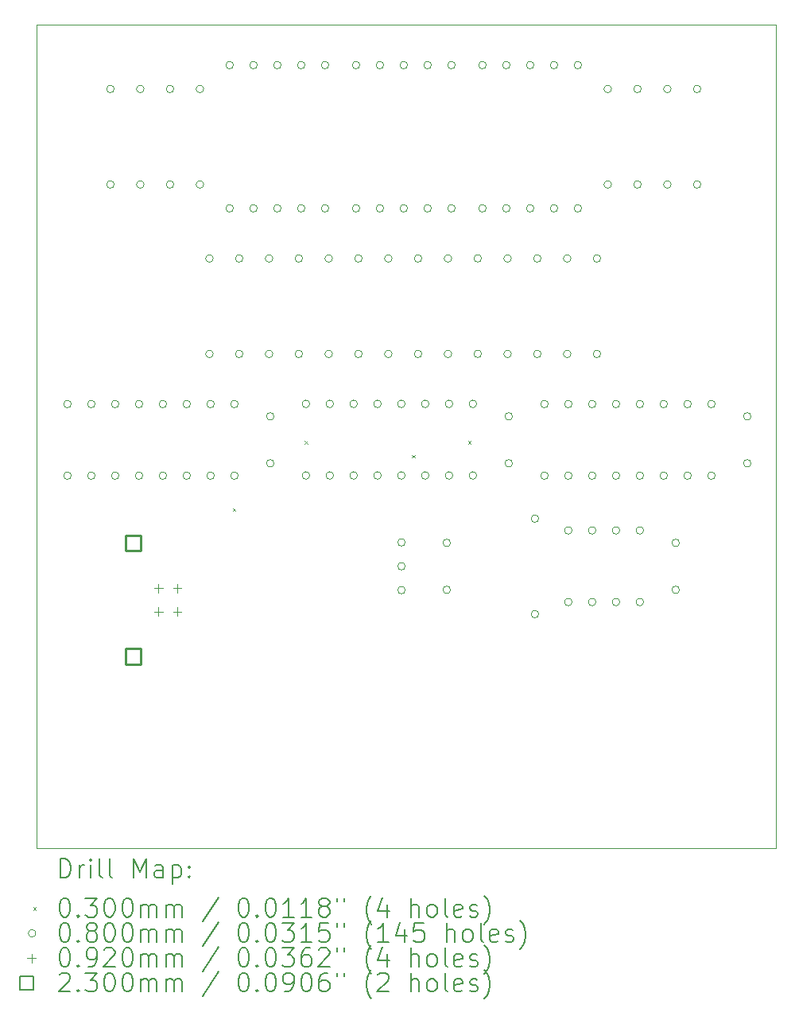
<source format=gbr>
%TF.GenerationSoftware,KiCad,Pcbnew,7.0.10*%
%TF.CreationDate,2024-02-08T18:01:26+11:00*%
%TF.ProjectId,Desktop Thermometer USB-2,4465736b-746f-4702-9054-6865726d6f6d,rev?*%
%TF.SameCoordinates,Original*%
%TF.FileFunction,Drillmap*%
%TF.FilePolarity,Positive*%
%FSLAX45Y45*%
G04 Gerber Fmt 4.5, Leading zero omitted, Abs format (unit mm)*
G04 Created by KiCad (PCBNEW 7.0.10) date 2024-02-08 18:01:26*
%MOMM*%
%LPD*%
G01*
G04 APERTURE LIST*
%ADD10C,0.100000*%
%ADD11C,0.200000*%
%ADD12C,0.230000*%
G04 APERTURE END LIST*
D10*
X9829800Y-4800600D02*
X17703800Y-4800600D01*
X17703800Y-13563600D01*
X9829800Y-13563600D01*
X9829800Y-4800600D01*
D11*
D10*
X11920000Y-9948000D02*
X11950000Y-9978000D01*
X11950000Y-9948000D02*
X11920000Y-9978000D01*
X12687000Y-9234000D02*
X12717000Y-9264000D01*
X12717000Y-9234000D02*
X12687000Y-9264000D01*
X13828000Y-9383000D02*
X13858000Y-9413000D01*
X13858000Y-9383000D02*
X13828000Y-9413000D01*
X14427000Y-9236000D02*
X14457000Y-9266000D01*
X14457000Y-9236000D02*
X14427000Y-9266000D01*
X10201500Y-8840700D02*
G75*
G03*
X10121500Y-8840700I-40000J0D01*
G01*
X10121500Y-8840700D02*
G75*
G03*
X10201500Y-8840700I40000J0D01*
G01*
X10201500Y-9602700D02*
G75*
G03*
X10121500Y-9602700I-40000J0D01*
G01*
X10121500Y-9602700D02*
G75*
G03*
X10201500Y-9602700I40000J0D01*
G01*
X10455500Y-8840700D02*
G75*
G03*
X10375500Y-8840700I-40000J0D01*
G01*
X10375500Y-8840700D02*
G75*
G03*
X10455500Y-8840700I40000J0D01*
G01*
X10455500Y-9602700D02*
G75*
G03*
X10375500Y-9602700I-40000J0D01*
G01*
X10375500Y-9602700D02*
G75*
G03*
X10455500Y-9602700I40000J0D01*
G01*
X10658700Y-5487900D02*
G75*
G03*
X10578700Y-5487900I-40000J0D01*
G01*
X10578700Y-5487900D02*
G75*
G03*
X10658700Y-5487900I40000J0D01*
G01*
X10658700Y-6503900D02*
G75*
G03*
X10578700Y-6503900I-40000J0D01*
G01*
X10578700Y-6503900D02*
G75*
G03*
X10658700Y-6503900I40000J0D01*
G01*
X10709500Y-8840700D02*
G75*
G03*
X10629500Y-8840700I-40000J0D01*
G01*
X10629500Y-8840700D02*
G75*
G03*
X10709500Y-8840700I40000J0D01*
G01*
X10709500Y-9602700D02*
G75*
G03*
X10629500Y-9602700I-40000J0D01*
G01*
X10629500Y-9602700D02*
G75*
G03*
X10709500Y-9602700I40000J0D01*
G01*
X10963500Y-8840700D02*
G75*
G03*
X10883500Y-8840700I-40000J0D01*
G01*
X10883500Y-8840700D02*
G75*
G03*
X10963500Y-8840700I40000J0D01*
G01*
X10963500Y-9602700D02*
G75*
G03*
X10883500Y-9602700I-40000J0D01*
G01*
X10883500Y-9602700D02*
G75*
G03*
X10963500Y-9602700I40000J0D01*
G01*
X10976200Y-5487900D02*
G75*
G03*
X10896200Y-5487900I-40000J0D01*
G01*
X10896200Y-5487900D02*
G75*
G03*
X10976200Y-5487900I40000J0D01*
G01*
X10976200Y-6503900D02*
G75*
G03*
X10896200Y-6503900I-40000J0D01*
G01*
X10896200Y-6503900D02*
G75*
G03*
X10976200Y-6503900I40000J0D01*
G01*
X11217500Y-8840700D02*
G75*
G03*
X11137500Y-8840700I-40000J0D01*
G01*
X11137500Y-8840700D02*
G75*
G03*
X11217500Y-8840700I40000J0D01*
G01*
X11217500Y-9602700D02*
G75*
G03*
X11137500Y-9602700I-40000J0D01*
G01*
X11137500Y-9602700D02*
G75*
G03*
X11217500Y-9602700I40000J0D01*
G01*
X11293700Y-5487900D02*
G75*
G03*
X11213700Y-5487900I-40000J0D01*
G01*
X11213700Y-5487900D02*
G75*
G03*
X11293700Y-5487900I40000J0D01*
G01*
X11293700Y-6503900D02*
G75*
G03*
X11213700Y-6503900I-40000J0D01*
G01*
X11213700Y-6503900D02*
G75*
G03*
X11293700Y-6503900I40000J0D01*
G01*
X11471500Y-8840700D02*
G75*
G03*
X11391500Y-8840700I-40000J0D01*
G01*
X11391500Y-8840700D02*
G75*
G03*
X11471500Y-8840700I40000J0D01*
G01*
X11471500Y-9602700D02*
G75*
G03*
X11391500Y-9602700I-40000J0D01*
G01*
X11391500Y-9602700D02*
G75*
G03*
X11471500Y-9602700I40000J0D01*
G01*
X11611200Y-5487900D02*
G75*
G03*
X11531200Y-5487900I-40000J0D01*
G01*
X11531200Y-5487900D02*
G75*
G03*
X11611200Y-5487900I40000J0D01*
G01*
X11611200Y-6503900D02*
G75*
G03*
X11531200Y-6503900I-40000J0D01*
G01*
X11531200Y-6503900D02*
G75*
G03*
X11611200Y-6503900I40000J0D01*
G01*
X11712800Y-7291300D02*
G75*
G03*
X11632800Y-7291300I-40000J0D01*
G01*
X11632800Y-7291300D02*
G75*
G03*
X11712800Y-7291300I40000J0D01*
G01*
X11712800Y-8307300D02*
G75*
G03*
X11632800Y-8307300I-40000J0D01*
G01*
X11632800Y-8307300D02*
G75*
G03*
X11712800Y-8307300I40000J0D01*
G01*
X11725500Y-8840700D02*
G75*
G03*
X11645500Y-8840700I-40000J0D01*
G01*
X11645500Y-8840700D02*
G75*
G03*
X11725500Y-8840700I40000J0D01*
G01*
X11725500Y-9602700D02*
G75*
G03*
X11645500Y-9602700I-40000J0D01*
G01*
X11645500Y-9602700D02*
G75*
G03*
X11725500Y-9602700I40000J0D01*
G01*
X11927900Y-5233900D02*
G75*
G03*
X11847900Y-5233900I-40000J0D01*
G01*
X11847900Y-5233900D02*
G75*
G03*
X11927900Y-5233900I40000J0D01*
G01*
X11927900Y-6757900D02*
G75*
G03*
X11847900Y-6757900I-40000J0D01*
G01*
X11847900Y-6757900D02*
G75*
G03*
X11927900Y-6757900I40000J0D01*
G01*
X11979500Y-8840700D02*
G75*
G03*
X11899500Y-8840700I-40000J0D01*
G01*
X11899500Y-8840700D02*
G75*
G03*
X11979500Y-8840700I40000J0D01*
G01*
X11979500Y-9602700D02*
G75*
G03*
X11899500Y-9602700I-40000J0D01*
G01*
X11899500Y-9602700D02*
G75*
G03*
X11979500Y-9602700I40000J0D01*
G01*
X12030300Y-7291300D02*
G75*
G03*
X11950300Y-7291300I-40000J0D01*
G01*
X11950300Y-7291300D02*
G75*
G03*
X12030300Y-7291300I40000J0D01*
G01*
X12030300Y-8307300D02*
G75*
G03*
X11950300Y-8307300I-40000J0D01*
G01*
X11950300Y-8307300D02*
G75*
G03*
X12030300Y-8307300I40000J0D01*
G01*
X12181900Y-5233900D02*
G75*
G03*
X12101900Y-5233900I-40000J0D01*
G01*
X12101900Y-5233900D02*
G75*
G03*
X12181900Y-5233900I40000J0D01*
G01*
X12181900Y-6757900D02*
G75*
G03*
X12101900Y-6757900I-40000J0D01*
G01*
X12101900Y-6757900D02*
G75*
G03*
X12181900Y-6757900I40000J0D01*
G01*
X12347800Y-7291300D02*
G75*
G03*
X12267800Y-7291300I-40000J0D01*
G01*
X12267800Y-7291300D02*
G75*
G03*
X12347800Y-7291300I40000J0D01*
G01*
X12347800Y-8307300D02*
G75*
G03*
X12267800Y-8307300I-40000J0D01*
G01*
X12267800Y-8307300D02*
G75*
G03*
X12347800Y-8307300I40000J0D01*
G01*
X12360500Y-8971700D02*
G75*
G03*
X12280500Y-8971700I-40000J0D01*
G01*
X12280500Y-8971700D02*
G75*
G03*
X12360500Y-8971700I40000J0D01*
G01*
X12360500Y-9471700D02*
G75*
G03*
X12280500Y-9471700I-40000J0D01*
G01*
X12280500Y-9471700D02*
G75*
G03*
X12360500Y-9471700I40000J0D01*
G01*
X12435900Y-5233900D02*
G75*
G03*
X12355900Y-5233900I-40000J0D01*
G01*
X12355900Y-5233900D02*
G75*
G03*
X12435900Y-5233900I40000J0D01*
G01*
X12435900Y-6757900D02*
G75*
G03*
X12355900Y-6757900I-40000J0D01*
G01*
X12355900Y-6757900D02*
G75*
G03*
X12435900Y-6757900I40000J0D01*
G01*
X12665300Y-7291300D02*
G75*
G03*
X12585300Y-7291300I-40000J0D01*
G01*
X12585300Y-7291300D02*
G75*
G03*
X12665300Y-7291300I40000J0D01*
G01*
X12665300Y-8307300D02*
G75*
G03*
X12585300Y-8307300I-40000J0D01*
G01*
X12585300Y-8307300D02*
G75*
G03*
X12665300Y-8307300I40000J0D01*
G01*
X12689900Y-5233900D02*
G75*
G03*
X12609900Y-5233900I-40000J0D01*
G01*
X12609900Y-5233900D02*
G75*
G03*
X12689900Y-5233900I40000J0D01*
G01*
X12689900Y-6757900D02*
G75*
G03*
X12609900Y-6757900I-40000J0D01*
G01*
X12609900Y-6757900D02*
G75*
G03*
X12689900Y-6757900I40000J0D01*
G01*
X12740000Y-8839200D02*
G75*
G03*
X12660000Y-8839200I-40000J0D01*
G01*
X12660000Y-8839200D02*
G75*
G03*
X12740000Y-8839200I40000J0D01*
G01*
X12740000Y-9601200D02*
G75*
G03*
X12660000Y-9601200I-40000J0D01*
G01*
X12660000Y-9601200D02*
G75*
G03*
X12740000Y-9601200I40000J0D01*
G01*
X12943900Y-5233900D02*
G75*
G03*
X12863900Y-5233900I-40000J0D01*
G01*
X12863900Y-5233900D02*
G75*
G03*
X12943900Y-5233900I40000J0D01*
G01*
X12943900Y-6757900D02*
G75*
G03*
X12863900Y-6757900I-40000J0D01*
G01*
X12863900Y-6757900D02*
G75*
G03*
X12943900Y-6757900I40000J0D01*
G01*
X12982800Y-7291300D02*
G75*
G03*
X12902800Y-7291300I-40000J0D01*
G01*
X12902800Y-7291300D02*
G75*
G03*
X12982800Y-7291300I40000J0D01*
G01*
X12982800Y-8307300D02*
G75*
G03*
X12902800Y-8307300I-40000J0D01*
G01*
X12902800Y-8307300D02*
G75*
G03*
X12982800Y-8307300I40000J0D01*
G01*
X12994000Y-8839200D02*
G75*
G03*
X12914000Y-8839200I-40000J0D01*
G01*
X12914000Y-8839200D02*
G75*
G03*
X12994000Y-8839200I40000J0D01*
G01*
X12994000Y-9601200D02*
G75*
G03*
X12914000Y-9601200I-40000J0D01*
G01*
X12914000Y-9601200D02*
G75*
G03*
X12994000Y-9601200I40000J0D01*
G01*
X13248000Y-8839200D02*
G75*
G03*
X13168000Y-8839200I-40000J0D01*
G01*
X13168000Y-8839200D02*
G75*
G03*
X13248000Y-8839200I40000J0D01*
G01*
X13248000Y-9601200D02*
G75*
G03*
X13168000Y-9601200I-40000J0D01*
G01*
X13168000Y-9601200D02*
G75*
G03*
X13248000Y-9601200I40000J0D01*
G01*
X13274100Y-5233900D02*
G75*
G03*
X13194100Y-5233900I-40000J0D01*
G01*
X13194100Y-5233900D02*
G75*
G03*
X13274100Y-5233900I40000J0D01*
G01*
X13274100Y-6757900D02*
G75*
G03*
X13194100Y-6757900I-40000J0D01*
G01*
X13194100Y-6757900D02*
G75*
G03*
X13274100Y-6757900I40000J0D01*
G01*
X13300300Y-7291300D02*
G75*
G03*
X13220300Y-7291300I-40000J0D01*
G01*
X13220300Y-7291300D02*
G75*
G03*
X13300300Y-7291300I40000J0D01*
G01*
X13300300Y-8307300D02*
G75*
G03*
X13220300Y-8307300I-40000J0D01*
G01*
X13220300Y-8307300D02*
G75*
G03*
X13300300Y-8307300I40000J0D01*
G01*
X13502000Y-8839200D02*
G75*
G03*
X13422000Y-8839200I-40000J0D01*
G01*
X13422000Y-8839200D02*
G75*
G03*
X13502000Y-8839200I40000J0D01*
G01*
X13502000Y-9601200D02*
G75*
G03*
X13422000Y-9601200I-40000J0D01*
G01*
X13422000Y-9601200D02*
G75*
G03*
X13502000Y-9601200I40000J0D01*
G01*
X13528100Y-5233900D02*
G75*
G03*
X13448100Y-5233900I-40000J0D01*
G01*
X13448100Y-5233900D02*
G75*
G03*
X13528100Y-5233900I40000J0D01*
G01*
X13528100Y-6757900D02*
G75*
G03*
X13448100Y-6757900I-40000J0D01*
G01*
X13448100Y-6757900D02*
G75*
G03*
X13528100Y-6757900I40000J0D01*
G01*
X13617800Y-7291300D02*
G75*
G03*
X13537800Y-7291300I-40000J0D01*
G01*
X13537800Y-7291300D02*
G75*
G03*
X13617800Y-7291300I40000J0D01*
G01*
X13617800Y-8307300D02*
G75*
G03*
X13537800Y-8307300I-40000J0D01*
G01*
X13537800Y-8307300D02*
G75*
G03*
X13617800Y-8307300I40000J0D01*
G01*
X13756000Y-8839200D02*
G75*
G03*
X13676000Y-8839200I-40000J0D01*
G01*
X13676000Y-8839200D02*
G75*
G03*
X13756000Y-8839200I40000J0D01*
G01*
X13756000Y-9601200D02*
G75*
G03*
X13676000Y-9601200I-40000J0D01*
G01*
X13676000Y-9601200D02*
G75*
G03*
X13756000Y-9601200I40000J0D01*
G01*
X13758100Y-10312400D02*
G75*
G03*
X13678100Y-10312400I-40000J0D01*
G01*
X13678100Y-10312400D02*
G75*
G03*
X13758100Y-10312400I40000J0D01*
G01*
X13758100Y-10566400D02*
G75*
G03*
X13678100Y-10566400I-40000J0D01*
G01*
X13678100Y-10566400D02*
G75*
G03*
X13758100Y-10566400I40000J0D01*
G01*
X13758100Y-10820400D02*
G75*
G03*
X13678100Y-10820400I-40000J0D01*
G01*
X13678100Y-10820400D02*
G75*
G03*
X13758100Y-10820400I40000J0D01*
G01*
X13782100Y-5233900D02*
G75*
G03*
X13702100Y-5233900I-40000J0D01*
G01*
X13702100Y-5233900D02*
G75*
G03*
X13782100Y-5233900I40000J0D01*
G01*
X13782100Y-6757900D02*
G75*
G03*
X13702100Y-6757900I-40000J0D01*
G01*
X13702100Y-6757900D02*
G75*
G03*
X13782100Y-6757900I40000J0D01*
G01*
X13935300Y-7291300D02*
G75*
G03*
X13855300Y-7291300I-40000J0D01*
G01*
X13855300Y-7291300D02*
G75*
G03*
X13935300Y-7291300I40000J0D01*
G01*
X13935300Y-8307300D02*
G75*
G03*
X13855300Y-8307300I-40000J0D01*
G01*
X13855300Y-8307300D02*
G75*
G03*
X13935300Y-8307300I40000J0D01*
G01*
X14010000Y-8839200D02*
G75*
G03*
X13930000Y-8839200I-40000J0D01*
G01*
X13930000Y-8839200D02*
G75*
G03*
X14010000Y-8839200I40000J0D01*
G01*
X14010000Y-9601200D02*
G75*
G03*
X13930000Y-9601200I-40000J0D01*
G01*
X13930000Y-9601200D02*
G75*
G03*
X14010000Y-9601200I40000J0D01*
G01*
X14036100Y-5233900D02*
G75*
G03*
X13956100Y-5233900I-40000J0D01*
G01*
X13956100Y-5233900D02*
G75*
G03*
X14036100Y-5233900I40000J0D01*
G01*
X14036100Y-6757900D02*
G75*
G03*
X13956100Y-6757900I-40000J0D01*
G01*
X13956100Y-6757900D02*
G75*
G03*
X14036100Y-6757900I40000J0D01*
G01*
X14240100Y-10317900D02*
G75*
G03*
X14160100Y-10317900I-40000J0D01*
G01*
X14160100Y-10317900D02*
G75*
G03*
X14240100Y-10317900I40000J0D01*
G01*
X14240100Y-10817900D02*
G75*
G03*
X14160100Y-10817900I-40000J0D01*
G01*
X14160100Y-10817900D02*
G75*
G03*
X14240100Y-10817900I40000J0D01*
G01*
X14252800Y-7291300D02*
G75*
G03*
X14172800Y-7291300I-40000J0D01*
G01*
X14172800Y-7291300D02*
G75*
G03*
X14252800Y-7291300I40000J0D01*
G01*
X14252800Y-8307300D02*
G75*
G03*
X14172800Y-8307300I-40000J0D01*
G01*
X14172800Y-8307300D02*
G75*
G03*
X14252800Y-8307300I40000J0D01*
G01*
X14264000Y-8839200D02*
G75*
G03*
X14184000Y-8839200I-40000J0D01*
G01*
X14184000Y-8839200D02*
G75*
G03*
X14264000Y-8839200I40000J0D01*
G01*
X14264000Y-9601200D02*
G75*
G03*
X14184000Y-9601200I-40000J0D01*
G01*
X14184000Y-9601200D02*
G75*
G03*
X14264000Y-9601200I40000J0D01*
G01*
X14290100Y-5233900D02*
G75*
G03*
X14210100Y-5233900I-40000J0D01*
G01*
X14210100Y-5233900D02*
G75*
G03*
X14290100Y-5233900I40000J0D01*
G01*
X14290100Y-6757900D02*
G75*
G03*
X14210100Y-6757900I-40000J0D01*
G01*
X14210100Y-6757900D02*
G75*
G03*
X14290100Y-6757900I40000J0D01*
G01*
X14518000Y-8839200D02*
G75*
G03*
X14438000Y-8839200I-40000J0D01*
G01*
X14438000Y-8839200D02*
G75*
G03*
X14518000Y-8839200I40000J0D01*
G01*
X14518000Y-9601200D02*
G75*
G03*
X14438000Y-9601200I-40000J0D01*
G01*
X14438000Y-9601200D02*
G75*
G03*
X14518000Y-9601200I40000J0D01*
G01*
X14570300Y-7289800D02*
G75*
G03*
X14490300Y-7289800I-40000J0D01*
G01*
X14490300Y-7289800D02*
G75*
G03*
X14570300Y-7289800I40000J0D01*
G01*
X14570300Y-8305800D02*
G75*
G03*
X14490300Y-8305800I-40000J0D01*
G01*
X14490300Y-8305800D02*
G75*
G03*
X14570300Y-8305800I40000J0D01*
G01*
X14621100Y-5233900D02*
G75*
G03*
X14541100Y-5233900I-40000J0D01*
G01*
X14541100Y-5233900D02*
G75*
G03*
X14621100Y-5233900I40000J0D01*
G01*
X14621100Y-6757900D02*
G75*
G03*
X14541100Y-6757900I-40000J0D01*
G01*
X14541100Y-6757900D02*
G75*
G03*
X14621100Y-6757900I40000J0D01*
G01*
X14875100Y-5233900D02*
G75*
G03*
X14795100Y-5233900I-40000J0D01*
G01*
X14795100Y-5233900D02*
G75*
G03*
X14875100Y-5233900I40000J0D01*
G01*
X14875100Y-6757900D02*
G75*
G03*
X14795100Y-6757900I-40000J0D01*
G01*
X14795100Y-6757900D02*
G75*
G03*
X14875100Y-6757900I40000J0D01*
G01*
X14887800Y-7291300D02*
G75*
G03*
X14807800Y-7291300I-40000J0D01*
G01*
X14807800Y-7291300D02*
G75*
G03*
X14887800Y-7291300I40000J0D01*
G01*
X14887800Y-8307300D02*
G75*
G03*
X14807800Y-8307300I-40000J0D01*
G01*
X14807800Y-8307300D02*
G75*
G03*
X14887800Y-8307300I40000J0D01*
G01*
X14900500Y-8971700D02*
G75*
G03*
X14820500Y-8971700I-40000J0D01*
G01*
X14820500Y-8971700D02*
G75*
G03*
X14900500Y-8971700I40000J0D01*
G01*
X14900500Y-9471700D02*
G75*
G03*
X14820500Y-9471700I-40000J0D01*
G01*
X14820500Y-9471700D02*
G75*
G03*
X14900500Y-9471700I40000J0D01*
G01*
X15129100Y-5233900D02*
G75*
G03*
X15049100Y-5233900I-40000J0D01*
G01*
X15049100Y-5233900D02*
G75*
G03*
X15129100Y-5233900I40000J0D01*
G01*
X15129100Y-6757900D02*
G75*
G03*
X15049100Y-6757900I-40000J0D01*
G01*
X15049100Y-6757900D02*
G75*
G03*
X15129100Y-6757900I40000J0D01*
G01*
X15179900Y-10059900D02*
G75*
G03*
X15099900Y-10059900I-40000J0D01*
G01*
X15099900Y-10059900D02*
G75*
G03*
X15179900Y-10059900I40000J0D01*
G01*
X15179900Y-11075900D02*
G75*
G03*
X15099900Y-11075900I-40000J0D01*
G01*
X15099900Y-11075900D02*
G75*
G03*
X15179900Y-11075900I40000J0D01*
G01*
X15205300Y-7291300D02*
G75*
G03*
X15125300Y-7291300I-40000J0D01*
G01*
X15125300Y-7291300D02*
G75*
G03*
X15205300Y-7291300I40000J0D01*
G01*
X15205300Y-8307300D02*
G75*
G03*
X15125300Y-8307300I-40000J0D01*
G01*
X15125300Y-8307300D02*
G75*
G03*
X15205300Y-8307300I40000J0D01*
G01*
X15281500Y-8840700D02*
G75*
G03*
X15201500Y-8840700I-40000J0D01*
G01*
X15201500Y-8840700D02*
G75*
G03*
X15281500Y-8840700I40000J0D01*
G01*
X15281500Y-9602700D02*
G75*
G03*
X15201500Y-9602700I-40000J0D01*
G01*
X15201500Y-9602700D02*
G75*
G03*
X15281500Y-9602700I40000J0D01*
G01*
X15383100Y-5233900D02*
G75*
G03*
X15303100Y-5233900I-40000J0D01*
G01*
X15303100Y-5233900D02*
G75*
G03*
X15383100Y-5233900I40000J0D01*
G01*
X15383100Y-6757900D02*
G75*
G03*
X15303100Y-6757900I-40000J0D01*
G01*
X15303100Y-6757900D02*
G75*
G03*
X15383100Y-6757900I40000J0D01*
G01*
X15522800Y-7291300D02*
G75*
G03*
X15442800Y-7291300I-40000J0D01*
G01*
X15442800Y-7291300D02*
G75*
G03*
X15522800Y-7291300I40000J0D01*
G01*
X15522800Y-8307300D02*
G75*
G03*
X15442800Y-8307300I-40000J0D01*
G01*
X15442800Y-8307300D02*
G75*
G03*
X15522800Y-8307300I40000J0D01*
G01*
X15534500Y-10185400D02*
G75*
G03*
X15454500Y-10185400I-40000J0D01*
G01*
X15454500Y-10185400D02*
G75*
G03*
X15534500Y-10185400I40000J0D01*
G01*
X15534500Y-10947400D02*
G75*
G03*
X15454500Y-10947400I-40000J0D01*
G01*
X15454500Y-10947400D02*
G75*
G03*
X15534500Y-10947400I40000J0D01*
G01*
X15535500Y-8840700D02*
G75*
G03*
X15455500Y-8840700I-40000J0D01*
G01*
X15455500Y-8840700D02*
G75*
G03*
X15535500Y-8840700I40000J0D01*
G01*
X15535500Y-9602700D02*
G75*
G03*
X15455500Y-9602700I-40000J0D01*
G01*
X15455500Y-9602700D02*
G75*
G03*
X15535500Y-9602700I40000J0D01*
G01*
X15637100Y-5233900D02*
G75*
G03*
X15557100Y-5233900I-40000J0D01*
G01*
X15557100Y-5233900D02*
G75*
G03*
X15637100Y-5233900I40000J0D01*
G01*
X15637100Y-6757900D02*
G75*
G03*
X15557100Y-6757900I-40000J0D01*
G01*
X15557100Y-6757900D02*
G75*
G03*
X15637100Y-6757900I40000J0D01*
G01*
X15788500Y-10185400D02*
G75*
G03*
X15708500Y-10185400I-40000J0D01*
G01*
X15708500Y-10185400D02*
G75*
G03*
X15788500Y-10185400I40000J0D01*
G01*
X15788500Y-10947400D02*
G75*
G03*
X15708500Y-10947400I-40000J0D01*
G01*
X15708500Y-10947400D02*
G75*
G03*
X15788500Y-10947400I40000J0D01*
G01*
X15789500Y-8840700D02*
G75*
G03*
X15709500Y-8840700I-40000J0D01*
G01*
X15709500Y-8840700D02*
G75*
G03*
X15789500Y-8840700I40000J0D01*
G01*
X15789500Y-9602700D02*
G75*
G03*
X15709500Y-9602700I-40000J0D01*
G01*
X15709500Y-9602700D02*
G75*
G03*
X15789500Y-9602700I40000J0D01*
G01*
X15840300Y-7291300D02*
G75*
G03*
X15760300Y-7291300I-40000J0D01*
G01*
X15760300Y-7291300D02*
G75*
G03*
X15840300Y-7291300I40000J0D01*
G01*
X15840300Y-8307300D02*
G75*
G03*
X15760300Y-8307300I-40000J0D01*
G01*
X15760300Y-8307300D02*
G75*
G03*
X15840300Y-8307300I40000J0D01*
G01*
X15954600Y-5487900D02*
G75*
G03*
X15874600Y-5487900I-40000J0D01*
G01*
X15874600Y-5487900D02*
G75*
G03*
X15954600Y-5487900I40000J0D01*
G01*
X15954600Y-6503900D02*
G75*
G03*
X15874600Y-6503900I-40000J0D01*
G01*
X15874600Y-6503900D02*
G75*
G03*
X15954600Y-6503900I40000J0D01*
G01*
X16042500Y-10185400D02*
G75*
G03*
X15962500Y-10185400I-40000J0D01*
G01*
X15962500Y-10185400D02*
G75*
G03*
X16042500Y-10185400I40000J0D01*
G01*
X16042500Y-10947400D02*
G75*
G03*
X15962500Y-10947400I-40000J0D01*
G01*
X15962500Y-10947400D02*
G75*
G03*
X16042500Y-10947400I40000J0D01*
G01*
X16043500Y-8840700D02*
G75*
G03*
X15963500Y-8840700I-40000J0D01*
G01*
X15963500Y-8840700D02*
G75*
G03*
X16043500Y-8840700I40000J0D01*
G01*
X16043500Y-9602700D02*
G75*
G03*
X15963500Y-9602700I-40000J0D01*
G01*
X15963500Y-9602700D02*
G75*
G03*
X16043500Y-9602700I40000J0D01*
G01*
X16272100Y-5487900D02*
G75*
G03*
X16192100Y-5487900I-40000J0D01*
G01*
X16192100Y-5487900D02*
G75*
G03*
X16272100Y-5487900I40000J0D01*
G01*
X16272100Y-6503900D02*
G75*
G03*
X16192100Y-6503900I-40000J0D01*
G01*
X16192100Y-6503900D02*
G75*
G03*
X16272100Y-6503900I40000J0D01*
G01*
X16296500Y-10185400D02*
G75*
G03*
X16216500Y-10185400I-40000J0D01*
G01*
X16216500Y-10185400D02*
G75*
G03*
X16296500Y-10185400I40000J0D01*
G01*
X16296500Y-10947400D02*
G75*
G03*
X16216500Y-10947400I-40000J0D01*
G01*
X16216500Y-10947400D02*
G75*
G03*
X16296500Y-10947400I40000J0D01*
G01*
X16297500Y-8840700D02*
G75*
G03*
X16217500Y-8840700I-40000J0D01*
G01*
X16217500Y-8840700D02*
G75*
G03*
X16297500Y-8840700I40000J0D01*
G01*
X16297500Y-9602700D02*
G75*
G03*
X16217500Y-9602700I-40000J0D01*
G01*
X16217500Y-9602700D02*
G75*
G03*
X16297500Y-9602700I40000J0D01*
G01*
X16551500Y-8840700D02*
G75*
G03*
X16471500Y-8840700I-40000J0D01*
G01*
X16471500Y-8840700D02*
G75*
G03*
X16551500Y-8840700I40000J0D01*
G01*
X16551500Y-9602700D02*
G75*
G03*
X16471500Y-9602700I-40000J0D01*
G01*
X16471500Y-9602700D02*
G75*
G03*
X16551500Y-9602700I40000J0D01*
G01*
X16589600Y-5487900D02*
G75*
G03*
X16509600Y-5487900I-40000J0D01*
G01*
X16509600Y-5487900D02*
G75*
G03*
X16589600Y-5487900I40000J0D01*
G01*
X16589600Y-6503900D02*
G75*
G03*
X16509600Y-6503900I-40000J0D01*
G01*
X16509600Y-6503900D02*
G75*
G03*
X16589600Y-6503900I40000J0D01*
G01*
X16678500Y-10317900D02*
G75*
G03*
X16598500Y-10317900I-40000J0D01*
G01*
X16598500Y-10317900D02*
G75*
G03*
X16678500Y-10317900I40000J0D01*
G01*
X16678500Y-10817900D02*
G75*
G03*
X16598500Y-10817900I-40000J0D01*
G01*
X16598500Y-10817900D02*
G75*
G03*
X16678500Y-10817900I40000J0D01*
G01*
X16805500Y-8840700D02*
G75*
G03*
X16725500Y-8840700I-40000J0D01*
G01*
X16725500Y-8840700D02*
G75*
G03*
X16805500Y-8840700I40000J0D01*
G01*
X16805500Y-9602700D02*
G75*
G03*
X16725500Y-9602700I-40000J0D01*
G01*
X16725500Y-9602700D02*
G75*
G03*
X16805500Y-9602700I40000J0D01*
G01*
X16907100Y-5487900D02*
G75*
G03*
X16827100Y-5487900I-40000J0D01*
G01*
X16827100Y-5487900D02*
G75*
G03*
X16907100Y-5487900I40000J0D01*
G01*
X16907100Y-6503900D02*
G75*
G03*
X16827100Y-6503900I-40000J0D01*
G01*
X16827100Y-6503900D02*
G75*
G03*
X16907100Y-6503900I40000J0D01*
G01*
X17059500Y-8840700D02*
G75*
G03*
X16979500Y-8840700I-40000J0D01*
G01*
X16979500Y-8840700D02*
G75*
G03*
X17059500Y-8840700I40000J0D01*
G01*
X17059500Y-9602700D02*
G75*
G03*
X16979500Y-9602700I-40000J0D01*
G01*
X16979500Y-9602700D02*
G75*
G03*
X17059500Y-9602700I40000J0D01*
G01*
X17440500Y-8971700D02*
G75*
G03*
X17360500Y-8971700I-40000J0D01*
G01*
X17360500Y-8971700D02*
G75*
G03*
X17440500Y-8971700I40000J0D01*
G01*
X17440500Y-9471700D02*
G75*
G03*
X17360500Y-9471700I-40000J0D01*
G01*
X17360500Y-9471700D02*
G75*
G03*
X17440500Y-9471700I40000J0D01*
G01*
X11130000Y-10752925D02*
X11130000Y-10844925D01*
X11084000Y-10798925D02*
X11176000Y-10798925D01*
X11130000Y-11002925D02*
X11130000Y-11094925D01*
X11084000Y-11048925D02*
X11176000Y-11048925D01*
X11330000Y-10752925D02*
X11330000Y-10844925D01*
X11284000Y-10798925D02*
X11376000Y-10798925D01*
X11330000Y-11002925D02*
X11330000Y-11094925D01*
X11284000Y-11048925D02*
X11376000Y-11048925D01*
D12*
X10940318Y-10403243D02*
X10940318Y-10240607D01*
X10777682Y-10240607D01*
X10777682Y-10403243D01*
X10940318Y-10403243D01*
X10940318Y-11607243D02*
X10940318Y-11444607D01*
X10777682Y-11444607D01*
X10777682Y-11607243D01*
X10940318Y-11607243D01*
D11*
X10085577Y-13880084D02*
X10085577Y-13680084D01*
X10085577Y-13680084D02*
X10133196Y-13680084D01*
X10133196Y-13680084D02*
X10161767Y-13689608D01*
X10161767Y-13689608D02*
X10180815Y-13708655D01*
X10180815Y-13708655D02*
X10190339Y-13727703D01*
X10190339Y-13727703D02*
X10199863Y-13765798D01*
X10199863Y-13765798D02*
X10199863Y-13794369D01*
X10199863Y-13794369D02*
X10190339Y-13832465D01*
X10190339Y-13832465D02*
X10180815Y-13851512D01*
X10180815Y-13851512D02*
X10161767Y-13870560D01*
X10161767Y-13870560D02*
X10133196Y-13880084D01*
X10133196Y-13880084D02*
X10085577Y-13880084D01*
X10285577Y-13880084D02*
X10285577Y-13746750D01*
X10285577Y-13784846D02*
X10295101Y-13765798D01*
X10295101Y-13765798D02*
X10304624Y-13756274D01*
X10304624Y-13756274D02*
X10323672Y-13746750D01*
X10323672Y-13746750D02*
X10342720Y-13746750D01*
X10409386Y-13880084D02*
X10409386Y-13746750D01*
X10409386Y-13680084D02*
X10399863Y-13689608D01*
X10399863Y-13689608D02*
X10409386Y-13699131D01*
X10409386Y-13699131D02*
X10418910Y-13689608D01*
X10418910Y-13689608D02*
X10409386Y-13680084D01*
X10409386Y-13680084D02*
X10409386Y-13699131D01*
X10533196Y-13880084D02*
X10514148Y-13870560D01*
X10514148Y-13870560D02*
X10504624Y-13851512D01*
X10504624Y-13851512D02*
X10504624Y-13680084D01*
X10637958Y-13880084D02*
X10618910Y-13870560D01*
X10618910Y-13870560D02*
X10609386Y-13851512D01*
X10609386Y-13851512D02*
X10609386Y-13680084D01*
X10866529Y-13880084D02*
X10866529Y-13680084D01*
X10866529Y-13680084D02*
X10933196Y-13822941D01*
X10933196Y-13822941D02*
X10999863Y-13680084D01*
X10999863Y-13680084D02*
X10999863Y-13880084D01*
X11180815Y-13880084D02*
X11180815Y-13775322D01*
X11180815Y-13775322D02*
X11171291Y-13756274D01*
X11171291Y-13756274D02*
X11152244Y-13746750D01*
X11152244Y-13746750D02*
X11114148Y-13746750D01*
X11114148Y-13746750D02*
X11095101Y-13756274D01*
X11180815Y-13870560D02*
X11161767Y-13880084D01*
X11161767Y-13880084D02*
X11114148Y-13880084D01*
X11114148Y-13880084D02*
X11095101Y-13870560D01*
X11095101Y-13870560D02*
X11085577Y-13851512D01*
X11085577Y-13851512D02*
X11085577Y-13832465D01*
X11085577Y-13832465D02*
X11095101Y-13813417D01*
X11095101Y-13813417D02*
X11114148Y-13803893D01*
X11114148Y-13803893D02*
X11161767Y-13803893D01*
X11161767Y-13803893D02*
X11180815Y-13794369D01*
X11276053Y-13746750D02*
X11276053Y-13946750D01*
X11276053Y-13756274D02*
X11295101Y-13746750D01*
X11295101Y-13746750D02*
X11333196Y-13746750D01*
X11333196Y-13746750D02*
X11352243Y-13756274D01*
X11352243Y-13756274D02*
X11361767Y-13765798D01*
X11361767Y-13765798D02*
X11371291Y-13784846D01*
X11371291Y-13784846D02*
X11371291Y-13841988D01*
X11371291Y-13841988D02*
X11361767Y-13861036D01*
X11361767Y-13861036D02*
X11352243Y-13870560D01*
X11352243Y-13870560D02*
X11333196Y-13880084D01*
X11333196Y-13880084D02*
X11295101Y-13880084D01*
X11295101Y-13880084D02*
X11276053Y-13870560D01*
X11457005Y-13861036D02*
X11466529Y-13870560D01*
X11466529Y-13870560D02*
X11457005Y-13880084D01*
X11457005Y-13880084D02*
X11447482Y-13870560D01*
X11447482Y-13870560D02*
X11457005Y-13861036D01*
X11457005Y-13861036D02*
X11457005Y-13880084D01*
X11457005Y-13756274D02*
X11466529Y-13765798D01*
X11466529Y-13765798D02*
X11457005Y-13775322D01*
X11457005Y-13775322D02*
X11447482Y-13765798D01*
X11447482Y-13765798D02*
X11457005Y-13756274D01*
X11457005Y-13756274D02*
X11457005Y-13775322D01*
D10*
X9794800Y-14193600D02*
X9824800Y-14223600D01*
X9824800Y-14193600D02*
X9794800Y-14223600D01*
D11*
X10123672Y-14100084D02*
X10142720Y-14100084D01*
X10142720Y-14100084D02*
X10161767Y-14109608D01*
X10161767Y-14109608D02*
X10171291Y-14119131D01*
X10171291Y-14119131D02*
X10180815Y-14138179D01*
X10180815Y-14138179D02*
X10190339Y-14176274D01*
X10190339Y-14176274D02*
X10190339Y-14223893D01*
X10190339Y-14223893D02*
X10180815Y-14261988D01*
X10180815Y-14261988D02*
X10171291Y-14281036D01*
X10171291Y-14281036D02*
X10161767Y-14290560D01*
X10161767Y-14290560D02*
X10142720Y-14300084D01*
X10142720Y-14300084D02*
X10123672Y-14300084D01*
X10123672Y-14300084D02*
X10104624Y-14290560D01*
X10104624Y-14290560D02*
X10095101Y-14281036D01*
X10095101Y-14281036D02*
X10085577Y-14261988D01*
X10085577Y-14261988D02*
X10076053Y-14223893D01*
X10076053Y-14223893D02*
X10076053Y-14176274D01*
X10076053Y-14176274D02*
X10085577Y-14138179D01*
X10085577Y-14138179D02*
X10095101Y-14119131D01*
X10095101Y-14119131D02*
X10104624Y-14109608D01*
X10104624Y-14109608D02*
X10123672Y-14100084D01*
X10276053Y-14281036D02*
X10285577Y-14290560D01*
X10285577Y-14290560D02*
X10276053Y-14300084D01*
X10276053Y-14300084D02*
X10266529Y-14290560D01*
X10266529Y-14290560D02*
X10276053Y-14281036D01*
X10276053Y-14281036D02*
X10276053Y-14300084D01*
X10352244Y-14100084D02*
X10476053Y-14100084D01*
X10476053Y-14100084D02*
X10409386Y-14176274D01*
X10409386Y-14176274D02*
X10437958Y-14176274D01*
X10437958Y-14176274D02*
X10457005Y-14185798D01*
X10457005Y-14185798D02*
X10466529Y-14195322D01*
X10466529Y-14195322D02*
X10476053Y-14214369D01*
X10476053Y-14214369D02*
X10476053Y-14261988D01*
X10476053Y-14261988D02*
X10466529Y-14281036D01*
X10466529Y-14281036D02*
X10457005Y-14290560D01*
X10457005Y-14290560D02*
X10437958Y-14300084D01*
X10437958Y-14300084D02*
X10380815Y-14300084D01*
X10380815Y-14300084D02*
X10361767Y-14290560D01*
X10361767Y-14290560D02*
X10352244Y-14281036D01*
X10599863Y-14100084D02*
X10618910Y-14100084D01*
X10618910Y-14100084D02*
X10637958Y-14109608D01*
X10637958Y-14109608D02*
X10647482Y-14119131D01*
X10647482Y-14119131D02*
X10657005Y-14138179D01*
X10657005Y-14138179D02*
X10666529Y-14176274D01*
X10666529Y-14176274D02*
X10666529Y-14223893D01*
X10666529Y-14223893D02*
X10657005Y-14261988D01*
X10657005Y-14261988D02*
X10647482Y-14281036D01*
X10647482Y-14281036D02*
X10637958Y-14290560D01*
X10637958Y-14290560D02*
X10618910Y-14300084D01*
X10618910Y-14300084D02*
X10599863Y-14300084D01*
X10599863Y-14300084D02*
X10580815Y-14290560D01*
X10580815Y-14290560D02*
X10571291Y-14281036D01*
X10571291Y-14281036D02*
X10561767Y-14261988D01*
X10561767Y-14261988D02*
X10552244Y-14223893D01*
X10552244Y-14223893D02*
X10552244Y-14176274D01*
X10552244Y-14176274D02*
X10561767Y-14138179D01*
X10561767Y-14138179D02*
X10571291Y-14119131D01*
X10571291Y-14119131D02*
X10580815Y-14109608D01*
X10580815Y-14109608D02*
X10599863Y-14100084D01*
X10790339Y-14100084D02*
X10809386Y-14100084D01*
X10809386Y-14100084D02*
X10828434Y-14109608D01*
X10828434Y-14109608D02*
X10837958Y-14119131D01*
X10837958Y-14119131D02*
X10847482Y-14138179D01*
X10847482Y-14138179D02*
X10857005Y-14176274D01*
X10857005Y-14176274D02*
X10857005Y-14223893D01*
X10857005Y-14223893D02*
X10847482Y-14261988D01*
X10847482Y-14261988D02*
X10837958Y-14281036D01*
X10837958Y-14281036D02*
X10828434Y-14290560D01*
X10828434Y-14290560D02*
X10809386Y-14300084D01*
X10809386Y-14300084D02*
X10790339Y-14300084D01*
X10790339Y-14300084D02*
X10771291Y-14290560D01*
X10771291Y-14290560D02*
X10761767Y-14281036D01*
X10761767Y-14281036D02*
X10752244Y-14261988D01*
X10752244Y-14261988D02*
X10742720Y-14223893D01*
X10742720Y-14223893D02*
X10742720Y-14176274D01*
X10742720Y-14176274D02*
X10752244Y-14138179D01*
X10752244Y-14138179D02*
X10761767Y-14119131D01*
X10761767Y-14119131D02*
X10771291Y-14109608D01*
X10771291Y-14109608D02*
X10790339Y-14100084D01*
X10942720Y-14300084D02*
X10942720Y-14166750D01*
X10942720Y-14185798D02*
X10952244Y-14176274D01*
X10952244Y-14176274D02*
X10971291Y-14166750D01*
X10971291Y-14166750D02*
X10999863Y-14166750D01*
X10999863Y-14166750D02*
X11018910Y-14176274D01*
X11018910Y-14176274D02*
X11028434Y-14195322D01*
X11028434Y-14195322D02*
X11028434Y-14300084D01*
X11028434Y-14195322D02*
X11037958Y-14176274D01*
X11037958Y-14176274D02*
X11057005Y-14166750D01*
X11057005Y-14166750D02*
X11085577Y-14166750D01*
X11085577Y-14166750D02*
X11104625Y-14176274D01*
X11104625Y-14176274D02*
X11114148Y-14195322D01*
X11114148Y-14195322D02*
X11114148Y-14300084D01*
X11209386Y-14300084D02*
X11209386Y-14166750D01*
X11209386Y-14185798D02*
X11218910Y-14176274D01*
X11218910Y-14176274D02*
X11237958Y-14166750D01*
X11237958Y-14166750D02*
X11266529Y-14166750D01*
X11266529Y-14166750D02*
X11285577Y-14176274D01*
X11285577Y-14176274D02*
X11295101Y-14195322D01*
X11295101Y-14195322D02*
X11295101Y-14300084D01*
X11295101Y-14195322D02*
X11304624Y-14176274D01*
X11304624Y-14176274D02*
X11323672Y-14166750D01*
X11323672Y-14166750D02*
X11352243Y-14166750D01*
X11352243Y-14166750D02*
X11371291Y-14176274D01*
X11371291Y-14176274D02*
X11380815Y-14195322D01*
X11380815Y-14195322D02*
X11380815Y-14300084D01*
X11771291Y-14090560D02*
X11599863Y-14347703D01*
X12028434Y-14100084D02*
X12047482Y-14100084D01*
X12047482Y-14100084D02*
X12066529Y-14109608D01*
X12066529Y-14109608D02*
X12076053Y-14119131D01*
X12076053Y-14119131D02*
X12085577Y-14138179D01*
X12085577Y-14138179D02*
X12095101Y-14176274D01*
X12095101Y-14176274D02*
X12095101Y-14223893D01*
X12095101Y-14223893D02*
X12085577Y-14261988D01*
X12085577Y-14261988D02*
X12076053Y-14281036D01*
X12076053Y-14281036D02*
X12066529Y-14290560D01*
X12066529Y-14290560D02*
X12047482Y-14300084D01*
X12047482Y-14300084D02*
X12028434Y-14300084D01*
X12028434Y-14300084D02*
X12009386Y-14290560D01*
X12009386Y-14290560D02*
X11999863Y-14281036D01*
X11999863Y-14281036D02*
X11990339Y-14261988D01*
X11990339Y-14261988D02*
X11980815Y-14223893D01*
X11980815Y-14223893D02*
X11980815Y-14176274D01*
X11980815Y-14176274D02*
X11990339Y-14138179D01*
X11990339Y-14138179D02*
X11999863Y-14119131D01*
X11999863Y-14119131D02*
X12009386Y-14109608D01*
X12009386Y-14109608D02*
X12028434Y-14100084D01*
X12180815Y-14281036D02*
X12190339Y-14290560D01*
X12190339Y-14290560D02*
X12180815Y-14300084D01*
X12180815Y-14300084D02*
X12171291Y-14290560D01*
X12171291Y-14290560D02*
X12180815Y-14281036D01*
X12180815Y-14281036D02*
X12180815Y-14300084D01*
X12314148Y-14100084D02*
X12333196Y-14100084D01*
X12333196Y-14100084D02*
X12352244Y-14109608D01*
X12352244Y-14109608D02*
X12361767Y-14119131D01*
X12361767Y-14119131D02*
X12371291Y-14138179D01*
X12371291Y-14138179D02*
X12380815Y-14176274D01*
X12380815Y-14176274D02*
X12380815Y-14223893D01*
X12380815Y-14223893D02*
X12371291Y-14261988D01*
X12371291Y-14261988D02*
X12361767Y-14281036D01*
X12361767Y-14281036D02*
X12352244Y-14290560D01*
X12352244Y-14290560D02*
X12333196Y-14300084D01*
X12333196Y-14300084D02*
X12314148Y-14300084D01*
X12314148Y-14300084D02*
X12295101Y-14290560D01*
X12295101Y-14290560D02*
X12285577Y-14281036D01*
X12285577Y-14281036D02*
X12276053Y-14261988D01*
X12276053Y-14261988D02*
X12266529Y-14223893D01*
X12266529Y-14223893D02*
X12266529Y-14176274D01*
X12266529Y-14176274D02*
X12276053Y-14138179D01*
X12276053Y-14138179D02*
X12285577Y-14119131D01*
X12285577Y-14119131D02*
X12295101Y-14109608D01*
X12295101Y-14109608D02*
X12314148Y-14100084D01*
X12571291Y-14300084D02*
X12457006Y-14300084D01*
X12514148Y-14300084D02*
X12514148Y-14100084D01*
X12514148Y-14100084D02*
X12495101Y-14128655D01*
X12495101Y-14128655D02*
X12476053Y-14147703D01*
X12476053Y-14147703D02*
X12457006Y-14157227D01*
X12761767Y-14300084D02*
X12647482Y-14300084D01*
X12704625Y-14300084D02*
X12704625Y-14100084D01*
X12704625Y-14100084D02*
X12685577Y-14128655D01*
X12685577Y-14128655D02*
X12666529Y-14147703D01*
X12666529Y-14147703D02*
X12647482Y-14157227D01*
X12876053Y-14185798D02*
X12857006Y-14176274D01*
X12857006Y-14176274D02*
X12847482Y-14166750D01*
X12847482Y-14166750D02*
X12837958Y-14147703D01*
X12837958Y-14147703D02*
X12837958Y-14138179D01*
X12837958Y-14138179D02*
X12847482Y-14119131D01*
X12847482Y-14119131D02*
X12857006Y-14109608D01*
X12857006Y-14109608D02*
X12876053Y-14100084D01*
X12876053Y-14100084D02*
X12914148Y-14100084D01*
X12914148Y-14100084D02*
X12933196Y-14109608D01*
X12933196Y-14109608D02*
X12942720Y-14119131D01*
X12942720Y-14119131D02*
X12952244Y-14138179D01*
X12952244Y-14138179D02*
X12952244Y-14147703D01*
X12952244Y-14147703D02*
X12942720Y-14166750D01*
X12942720Y-14166750D02*
X12933196Y-14176274D01*
X12933196Y-14176274D02*
X12914148Y-14185798D01*
X12914148Y-14185798D02*
X12876053Y-14185798D01*
X12876053Y-14185798D02*
X12857006Y-14195322D01*
X12857006Y-14195322D02*
X12847482Y-14204846D01*
X12847482Y-14204846D02*
X12837958Y-14223893D01*
X12837958Y-14223893D02*
X12837958Y-14261988D01*
X12837958Y-14261988D02*
X12847482Y-14281036D01*
X12847482Y-14281036D02*
X12857006Y-14290560D01*
X12857006Y-14290560D02*
X12876053Y-14300084D01*
X12876053Y-14300084D02*
X12914148Y-14300084D01*
X12914148Y-14300084D02*
X12933196Y-14290560D01*
X12933196Y-14290560D02*
X12942720Y-14281036D01*
X12942720Y-14281036D02*
X12952244Y-14261988D01*
X12952244Y-14261988D02*
X12952244Y-14223893D01*
X12952244Y-14223893D02*
X12942720Y-14204846D01*
X12942720Y-14204846D02*
X12933196Y-14195322D01*
X12933196Y-14195322D02*
X12914148Y-14185798D01*
X13028434Y-14100084D02*
X13028434Y-14138179D01*
X13104625Y-14100084D02*
X13104625Y-14138179D01*
X13399863Y-14376274D02*
X13390339Y-14366750D01*
X13390339Y-14366750D02*
X13371291Y-14338179D01*
X13371291Y-14338179D02*
X13361768Y-14319131D01*
X13361768Y-14319131D02*
X13352244Y-14290560D01*
X13352244Y-14290560D02*
X13342720Y-14242941D01*
X13342720Y-14242941D02*
X13342720Y-14204846D01*
X13342720Y-14204846D02*
X13352244Y-14157227D01*
X13352244Y-14157227D02*
X13361768Y-14128655D01*
X13361768Y-14128655D02*
X13371291Y-14109608D01*
X13371291Y-14109608D02*
X13390339Y-14081036D01*
X13390339Y-14081036D02*
X13399863Y-14071512D01*
X13561768Y-14166750D02*
X13561768Y-14300084D01*
X13514148Y-14090560D02*
X13466529Y-14233417D01*
X13466529Y-14233417D02*
X13590339Y-14233417D01*
X13818910Y-14300084D02*
X13818910Y-14100084D01*
X13904625Y-14300084D02*
X13904625Y-14195322D01*
X13904625Y-14195322D02*
X13895101Y-14176274D01*
X13895101Y-14176274D02*
X13876053Y-14166750D01*
X13876053Y-14166750D02*
X13847482Y-14166750D01*
X13847482Y-14166750D02*
X13828434Y-14176274D01*
X13828434Y-14176274D02*
X13818910Y-14185798D01*
X14028434Y-14300084D02*
X14009387Y-14290560D01*
X14009387Y-14290560D02*
X13999863Y-14281036D01*
X13999863Y-14281036D02*
X13990339Y-14261988D01*
X13990339Y-14261988D02*
X13990339Y-14204846D01*
X13990339Y-14204846D02*
X13999863Y-14185798D01*
X13999863Y-14185798D02*
X14009387Y-14176274D01*
X14009387Y-14176274D02*
X14028434Y-14166750D01*
X14028434Y-14166750D02*
X14057006Y-14166750D01*
X14057006Y-14166750D02*
X14076053Y-14176274D01*
X14076053Y-14176274D02*
X14085577Y-14185798D01*
X14085577Y-14185798D02*
X14095101Y-14204846D01*
X14095101Y-14204846D02*
X14095101Y-14261988D01*
X14095101Y-14261988D02*
X14085577Y-14281036D01*
X14085577Y-14281036D02*
X14076053Y-14290560D01*
X14076053Y-14290560D02*
X14057006Y-14300084D01*
X14057006Y-14300084D02*
X14028434Y-14300084D01*
X14209387Y-14300084D02*
X14190339Y-14290560D01*
X14190339Y-14290560D02*
X14180815Y-14271512D01*
X14180815Y-14271512D02*
X14180815Y-14100084D01*
X14361768Y-14290560D02*
X14342720Y-14300084D01*
X14342720Y-14300084D02*
X14304625Y-14300084D01*
X14304625Y-14300084D02*
X14285577Y-14290560D01*
X14285577Y-14290560D02*
X14276053Y-14271512D01*
X14276053Y-14271512D02*
X14276053Y-14195322D01*
X14276053Y-14195322D02*
X14285577Y-14176274D01*
X14285577Y-14176274D02*
X14304625Y-14166750D01*
X14304625Y-14166750D02*
X14342720Y-14166750D01*
X14342720Y-14166750D02*
X14361768Y-14176274D01*
X14361768Y-14176274D02*
X14371291Y-14195322D01*
X14371291Y-14195322D02*
X14371291Y-14214369D01*
X14371291Y-14214369D02*
X14276053Y-14233417D01*
X14447482Y-14290560D02*
X14466530Y-14300084D01*
X14466530Y-14300084D02*
X14504625Y-14300084D01*
X14504625Y-14300084D02*
X14523672Y-14290560D01*
X14523672Y-14290560D02*
X14533196Y-14271512D01*
X14533196Y-14271512D02*
X14533196Y-14261988D01*
X14533196Y-14261988D02*
X14523672Y-14242941D01*
X14523672Y-14242941D02*
X14504625Y-14233417D01*
X14504625Y-14233417D02*
X14476053Y-14233417D01*
X14476053Y-14233417D02*
X14457006Y-14223893D01*
X14457006Y-14223893D02*
X14447482Y-14204846D01*
X14447482Y-14204846D02*
X14447482Y-14195322D01*
X14447482Y-14195322D02*
X14457006Y-14176274D01*
X14457006Y-14176274D02*
X14476053Y-14166750D01*
X14476053Y-14166750D02*
X14504625Y-14166750D01*
X14504625Y-14166750D02*
X14523672Y-14176274D01*
X14599863Y-14376274D02*
X14609387Y-14366750D01*
X14609387Y-14366750D02*
X14628434Y-14338179D01*
X14628434Y-14338179D02*
X14637958Y-14319131D01*
X14637958Y-14319131D02*
X14647482Y-14290560D01*
X14647482Y-14290560D02*
X14657006Y-14242941D01*
X14657006Y-14242941D02*
X14657006Y-14204846D01*
X14657006Y-14204846D02*
X14647482Y-14157227D01*
X14647482Y-14157227D02*
X14637958Y-14128655D01*
X14637958Y-14128655D02*
X14628434Y-14109608D01*
X14628434Y-14109608D02*
X14609387Y-14081036D01*
X14609387Y-14081036D02*
X14599863Y-14071512D01*
D10*
X9824800Y-14472600D02*
G75*
G03*
X9744800Y-14472600I-40000J0D01*
G01*
X9744800Y-14472600D02*
G75*
G03*
X9824800Y-14472600I40000J0D01*
G01*
D11*
X10123672Y-14364084D02*
X10142720Y-14364084D01*
X10142720Y-14364084D02*
X10161767Y-14373608D01*
X10161767Y-14373608D02*
X10171291Y-14383131D01*
X10171291Y-14383131D02*
X10180815Y-14402179D01*
X10180815Y-14402179D02*
X10190339Y-14440274D01*
X10190339Y-14440274D02*
X10190339Y-14487893D01*
X10190339Y-14487893D02*
X10180815Y-14525988D01*
X10180815Y-14525988D02*
X10171291Y-14545036D01*
X10171291Y-14545036D02*
X10161767Y-14554560D01*
X10161767Y-14554560D02*
X10142720Y-14564084D01*
X10142720Y-14564084D02*
X10123672Y-14564084D01*
X10123672Y-14564084D02*
X10104624Y-14554560D01*
X10104624Y-14554560D02*
X10095101Y-14545036D01*
X10095101Y-14545036D02*
X10085577Y-14525988D01*
X10085577Y-14525988D02*
X10076053Y-14487893D01*
X10076053Y-14487893D02*
X10076053Y-14440274D01*
X10076053Y-14440274D02*
X10085577Y-14402179D01*
X10085577Y-14402179D02*
X10095101Y-14383131D01*
X10095101Y-14383131D02*
X10104624Y-14373608D01*
X10104624Y-14373608D02*
X10123672Y-14364084D01*
X10276053Y-14545036D02*
X10285577Y-14554560D01*
X10285577Y-14554560D02*
X10276053Y-14564084D01*
X10276053Y-14564084D02*
X10266529Y-14554560D01*
X10266529Y-14554560D02*
X10276053Y-14545036D01*
X10276053Y-14545036D02*
X10276053Y-14564084D01*
X10399863Y-14449798D02*
X10380815Y-14440274D01*
X10380815Y-14440274D02*
X10371291Y-14430750D01*
X10371291Y-14430750D02*
X10361767Y-14411703D01*
X10361767Y-14411703D02*
X10361767Y-14402179D01*
X10361767Y-14402179D02*
X10371291Y-14383131D01*
X10371291Y-14383131D02*
X10380815Y-14373608D01*
X10380815Y-14373608D02*
X10399863Y-14364084D01*
X10399863Y-14364084D02*
X10437958Y-14364084D01*
X10437958Y-14364084D02*
X10457005Y-14373608D01*
X10457005Y-14373608D02*
X10466529Y-14383131D01*
X10466529Y-14383131D02*
X10476053Y-14402179D01*
X10476053Y-14402179D02*
X10476053Y-14411703D01*
X10476053Y-14411703D02*
X10466529Y-14430750D01*
X10466529Y-14430750D02*
X10457005Y-14440274D01*
X10457005Y-14440274D02*
X10437958Y-14449798D01*
X10437958Y-14449798D02*
X10399863Y-14449798D01*
X10399863Y-14449798D02*
X10380815Y-14459322D01*
X10380815Y-14459322D02*
X10371291Y-14468846D01*
X10371291Y-14468846D02*
X10361767Y-14487893D01*
X10361767Y-14487893D02*
X10361767Y-14525988D01*
X10361767Y-14525988D02*
X10371291Y-14545036D01*
X10371291Y-14545036D02*
X10380815Y-14554560D01*
X10380815Y-14554560D02*
X10399863Y-14564084D01*
X10399863Y-14564084D02*
X10437958Y-14564084D01*
X10437958Y-14564084D02*
X10457005Y-14554560D01*
X10457005Y-14554560D02*
X10466529Y-14545036D01*
X10466529Y-14545036D02*
X10476053Y-14525988D01*
X10476053Y-14525988D02*
X10476053Y-14487893D01*
X10476053Y-14487893D02*
X10466529Y-14468846D01*
X10466529Y-14468846D02*
X10457005Y-14459322D01*
X10457005Y-14459322D02*
X10437958Y-14449798D01*
X10599863Y-14364084D02*
X10618910Y-14364084D01*
X10618910Y-14364084D02*
X10637958Y-14373608D01*
X10637958Y-14373608D02*
X10647482Y-14383131D01*
X10647482Y-14383131D02*
X10657005Y-14402179D01*
X10657005Y-14402179D02*
X10666529Y-14440274D01*
X10666529Y-14440274D02*
X10666529Y-14487893D01*
X10666529Y-14487893D02*
X10657005Y-14525988D01*
X10657005Y-14525988D02*
X10647482Y-14545036D01*
X10647482Y-14545036D02*
X10637958Y-14554560D01*
X10637958Y-14554560D02*
X10618910Y-14564084D01*
X10618910Y-14564084D02*
X10599863Y-14564084D01*
X10599863Y-14564084D02*
X10580815Y-14554560D01*
X10580815Y-14554560D02*
X10571291Y-14545036D01*
X10571291Y-14545036D02*
X10561767Y-14525988D01*
X10561767Y-14525988D02*
X10552244Y-14487893D01*
X10552244Y-14487893D02*
X10552244Y-14440274D01*
X10552244Y-14440274D02*
X10561767Y-14402179D01*
X10561767Y-14402179D02*
X10571291Y-14383131D01*
X10571291Y-14383131D02*
X10580815Y-14373608D01*
X10580815Y-14373608D02*
X10599863Y-14364084D01*
X10790339Y-14364084D02*
X10809386Y-14364084D01*
X10809386Y-14364084D02*
X10828434Y-14373608D01*
X10828434Y-14373608D02*
X10837958Y-14383131D01*
X10837958Y-14383131D02*
X10847482Y-14402179D01*
X10847482Y-14402179D02*
X10857005Y-14440274D01*
X10857005Y-14440274D02*
X10857005Y-14487893D01*
X10857005Y-14487893D02*
X10847482Y-14525988D01*
X10847482Y-14525988D02*
X10837958Y-14545036D01*
X10837958Y-14545036D02*
X10828434Y-14554560D01*
X10828434Y-14554560D02*
X10809386Y-14564084D01*
X10809386Y-14564084D02*
X10790339Y-14564084D01*
X10790339Y-14564084D02*
X10771291Y-14554560D01*
X10771291Y-14554560D02*
X10761767Y-14545036D01*
X10761767Y-14545036D02*
X10752244Y-14525988D01*
X10752244Y-14525988D02*
X10742720Y-14487893D01*
X10742720Y-14487893D02*
X10742720Y-14440274D01*
X10742720Y-14440274D02*
X10752244Y-14402179D01*
X10752244Y-14402179D02*
X10761767Y-14383131D01*
X10761767Y-14383131D02*
X10771291Y-14373608D01*
X10771291Y-14373608D02*
X10790339Y-14364084D01*
X10942720Y-14564084D02*
X10942720Y-14430750D01*
X10942720Y-14449798D02*
X10952244Y-14440274D01*
X10952244Y-14440274D02*
X10971291Y-14430750D01*
X10971291Y-14430750D02*
X10999863Y-14430750D01*
X10999863Y-14430750D02*
X11018910Y-14440274D01*
X11018910Y-14440274D02*
X11028434Y-14459322D01*
X11028434Y-14459322D02*
X11028434Y-14564084D01*
X11028434Y-14459322D02*
X11037958Y-14440274D01*
X11037958Y-14440274D02*
X11057005Y-14430750D01*
X11057005Y-14430750D02*
X11085577Y-14430750D01*
X11085577Y-14430750D02*
X11104625Y-14440274D01*
X11104625Y-14440274D02*
X11114148Y-14459322D01*
X11114148Y-14459322D02*
X11114148Y-14564084D01*
X11209386Y-14564084D02*
X11209386Y-14430750D01*
X11209386Y-14449798D02*
X11218910Y-14440274D01*
X11218910Y-14440274D02*
X11237958Y-14430750D01*
X11237958Y-14430750D02*
X11266529Y-14430750D01*
X11266529Y-14430750D02*
X11285577Y-14440274D01*
X11285577Y-14440274D02*
X11295101Y-14459322D01*
X11295101Y-14459322D02*
X11295101Y-14564084D01*
X11295101Y-14459322D02*
X11304624Y-14440274D01*
X11304624Y-14440274D02*
X11323672Y-14430750D01*
X11323672Y-14430750D02*
X11352243Y-14430750D01*
X11352243Y-14430750D02*
X11371291Y-14440274D01*
X11371291Y-14440274D02*
X11380815Y-14459322D01*
X11380815Y-14459322D02*
X11380815Y-14564084D01*
X11771291Y-14354560D02*
X11599863Y-14611703D01*
X12028434Y-14364084D02*
X12047482Y-14364084D01*
X12047482Y-14364084D02*
X12066529Y-14373608D01*
X12066529Y-14373608D02*
X12076053Y-14383131D01*
X12076053Y-14383131D02*
X12085577Y-14402179D01*
X12085577Y-14402179D02*
X12095101Y-14440274D01*
X12095101Y-14440274D02*
X12095101Y-14487893D01*
X12095101Y-14487893D02*
X12085577Y-14525988D01*
X12085577Y-14525988D02*
X12076053Y-14545036D01*
X12076053Y-14545036D02*
X12066529Y-14554560D01*
X12066529Y-14554560D02*
X12047482Y-14564084D01*
X12047482Y-14564084D02*
X12028434Y-14564084D01*
X12028434Y-14564084D02*
X12009386Y-14554560D01*
X12009386Y-14554560D02*
X11999863Y-14545036D01*
X11999863Y-14545036D02*
X11990339Y-14525988D01*
X11990339Y-14525988D02*
X11980815Y-14487893D01*
X11980815Y-14487893D02*
X11980815Y-14440274D01*
X11980815Y-14440274D02*
X11990339Y-14402179D01*
X11990339Y-14402179D02*
X11999863Y-14383131D01*
X11999863Y-14383131D02*
X12009386Y-14373608D01*
X12009386Y-14373608D02*
X12028434Y-14364084D01*
X12180815Y-14545036D02*
X12190339Y-14554560D01*
X12190339Y-14554560D02*
X12180815Y-14564084D01*
X12180815Y-14564084D02*
X12171291Y-14554560D01*
X12171291Y-14554560D02*
X12180815Y-14545036D01*
X12180815Y-14545036D02*
X12180815Y-14564084D01*
X12314148Y-14364084D02*
X12333196Y-14364084D01*
X12333196Y-14364084D02*
X12352244Y-14373608D01*
X12352244Y-14373608D02*
X12361767Y-14383131D01*
X12361767Y-14383131D02*
X12371291Y-14402179D01*
X12371291Y-14402179D02*
X12380815Y-14440274D01*
X12380815Y-14440274D02*
X12380815Y-14487893D01*
X12380815Y-14487893D02*
X12371291Y-14525988D01*
X12371291Y-14525988D02*
X12361767Y-14545036D01*
X12361767Y-14545036D02*
X12352244Y-14554560D01*
X12352244Y-14554560D02*
X12333196Y-14564084D01*
X12333196Y-14564084D02*
X12314148Y-14564084D01*
X12314148Y-14564084D02*
X12295101Y-14554560D01*
X12295101Y-14554560D02*
X12285577Y-14545036D01*
X12285577Y-14545036D02*
X12276053Y-14525988D01*
X12276053Y-14525988D02*
X12266529Y-14487893D01*
X12266529Y-14487893D02*
X12266529Y-14440274D01*
X12266529Y-14440274D02*
X12276053Y-14402179D01*
X12276053Y-14402179D02*
X12285577Y-14383131D01*
X12285577Y-14383131D02*
X12295101Y-14373608D01*
X12295101Y-14373608D02*
X12314148Y-14364084D01*
X12447482Y-14364084D02*
X12571291Y-14364084D01*
X12571291Y-14364084D02*
X12504625Y-14440274D01*
X12504625Y-14440274D02*
X12533196Y-14440274D01*
X12533196Y-14440274D02*
X12552244Y-14449798D01*
X12552244Y-14449798D02*
X12561767Y-14459322D01*
X12561767Y-14459322D02*
X12571291Y-14478369D01*
X12571291Y-14478369D02*
X12571291Y-14525988D01*
X12571291Y-14525988D02*
X12561767Y-14545036D01*
X12561767Y-14545036D02*
X12552244Y-14554560D01*
X12552244Y-14554560D02*
X12533196Y-14564084D01*
X12533196Y-14564084D02*
X12476053Y-14564084D01*
X12476053Y-14564084D02*
X12457006Y-14554560D01*
X12457006Y-14554560D02*
X12447482Y-14545036D01*
X12761767Y-14564084D02*
X12647482Y-14564084D01*
X12704625Y-14564084D02*
X12704625Y-14364084D01*
X12704625Y-14364084D02*
X12685577Y-14392655D01*
X12685577Y-14392655D02*
X12666529Y-14411703D01*
X12666529Y-14411703D02*
X12647482Y-14421227D01*
X12942720Y-14364084D02*
X12847482Y-14364084D01*
X12847482Y-14364084D02*
X12837958Y-14459322D01*
X12837958Y-14459322D02*
X12847482Y-14449798D01*
X12847482Y-14449798D02*
X12866529Y-14440274D01*
X12866529Y-14440274D02*
X12914148Y-14440274D01*
X12914148Y-14440274D02*
X12933196Y-14449798D01*
X12933196Y-14449798D02*
X12942720Y-14459322D01*
X12942720Y-14459322D02*
X12952244Y-14478369D01*
X12952244Y-14478369D02*
X12952244Y-14525988D01*
X12952244Y-14525988D02*
X12942720Y-14545036D01*
X12942720Y-14545036D02*
X12933196Y-14554560D01*
X12933196Y-14554560D02*
X12914148Y-14564084D01*
X12914148Y-14564084D02*
X12866529Y-14564084D01*
X12866529Y-14564084D02*
X12847482Y-14554560D01*
X12847482Y-14554560D02*
X12837958Y-14545036D01*
X13028434Y-14364084D02*
X13028434Y-14402179D01*
X13104625Y-14364084D02*
X13104625Y-14402179D01*
X13399863Y-14640274D02*
X13390339Y-14630750D01*
X13390339Y-14630750D02*
X13371291Y-14602179D01*
X13371291Y-14602179D02*
X13361768Y-14583131D01*
X13361768Y-14583131D02*
X13352244Y-14554560D01*
X13352244Y-14554560D02*
X13342720Y-14506941D01*
X13342720Y-14506941D02*
X13342720Y-14468846D01*
X13342720Y-14468846D02*
X13352244Y-14421227D01*
X13352244Y-14421227D02*
X13361768Y-14392655D01*
X13361768Y-14392655D02*
X13371291Y-14373608D01*
X13371291Y-14373608D02*
X13390339Y-14345036D01*
X13390339Y-14345036D02*
X13399863Y-14335512D01*
X13580815Y-14564084D02*
X13466529Y-14564084D01*
X13523672Y-14564084D02*
X13523672Y-14364084D01*
X13523672Y-14364084D02*
X13504625Y-14392655D01*
X13504625Y-14392655D02*
X13485577Y-14411703D01*
X13485577Y-14411703D02*
X13466529Y-14421227D01*
X13752244Y-14430750D02*
X13752244Y-14564084D01*
X13704625Y-14354560D02*
X13657006Y-14497417D01*
X13657006Y-14497417D02*
X13780815Y-14497417D01*
X13952244Y-14364084D02*
X13857006Y-14364084D01*
X13857006Y-14364084D02*
X13847482Y-14459322D01*
X13847482Y-14459322D02*
X13857006Y-14449798D01*
X13857006Y-14449798D02*
X13876053Y-14440274D01*
X13876053Y-14440274D02*
X13923672Y-14440274D01*
X13923672Y-14440274D02*
X13942720Y-14449798D01*
X13942720Y-14449798D02*
X13952244Y-14459322D01*
X13952244Y-14459322D02*
X13961768Y-14478369D01*
X13961768Y-14478369D02*
X13961768Y-14525988D01*
X13961768Y-14525988D02*
X13952244Y-14545036D01*
X13952244Y-14545036D02*
X13942720Y-14554560D01*
X13942720Y-14554560D02*
X13923672Y-14564084D01*
X13923672Y-14564084D02*
X13876053Y-14564084D01*
X13876053Y-14564084D02*
X13857006Y-14554560D01*
X13857006Y-14554560D02*
X13847482Y-14545036D01*
X14199863Y-14564084D02*
X14199863Y-14364084D01*
X14285577Y-14564084D02*
X14285577Y-14459322D01*
X14285577Y-14459322D02*
X14276053Y-14440274D01*
X14276053Y-14440274D02*
X14257006Y-14430750D01*
X14257006Y-14430750D02*
X14228434Y-14430750D01*
X14228434Y-14430750D02*
X14209387Y-14440274D01*
X14209387Y-14440274D02*
X14199863Y-14449798D01*
X14409387Y-14564084D02*
X14390339Y-14554560D01*
X14390339Y-14554560D02*
X14380815Y-14545036D01*
X14380815Y-14545036D02*
X14371291Y-14525988D01*
X14371291Y-14525988D02*
X14371291Y-14468846D01*
X14371291Y-14468846D02*
X14380815Y-14449798D01*
X14380815Y-14449798D02*
X14390339Y-14440274D01*
X14390339Y-14440274D02*
X14409387Y-14430750D01*
X14409387Y-14430750D02*
X14437958Y-14430750D01*
X14437958Y-14430750D02*
X14457006Y-14440274D01*
X14457006Y-14440274D02*
X14466530Y-14449798D01*
X14466530Y-14449798D02*
X14476053Y-14468846D01*
X14476053Y-14468846D02*
X14476053Y-14525988D01*
X14476053Y-14525988D02*
X14466530Y-14545036D01*
X14466530Y-14545036D02*
X14457006Y-14554560D01*
X14457006Y-14554560D02*
X14437958Y-14564084D01*
X14437958Y-14564084D02*
X14409387Y-14564084D01*
X14590339Y-14564084D02*
X14571291Y-14554560D01*
X14571291Y-14554560D02*
X14561768Y-14535512D01*
X14561768Y-14535512D02*
X14561768Y-14364084D01*
X14742720Y-14554560D02*
X14723672Y-14564084D01*
X14723672Y-14564084D02*
X14685577Y-14564084D01*
X14685577Y-14564084D02*
X14666530Y-14554560D01*
X14666530Y-14554560D02*
X14657006Y-14535512D01*
X14657006Y-14535512D02*
X14657006Y-14459322D01*
X14657006Y-14459322D02*
X14666530Y-14440274D01*
X14666530Y-14440274D02*
X14685577Y-14430750D01*
X14685577Y-14430750D02*
X14723672Y-14430750D01*
X14723672Y-14430750D02*
X14742720Y-14440274D01*
X14742720Y-14440274D02*
X14752244Y-14459322D01*
X14752244Y-14459322D02*
X14752244Y-14478369D01*
X14752244Y-14478369D02*
X14657006Y-14497417D01*
X14828434Y-14554560D02*
X14847482Y-14564084D01*
X14847482Y-14564084D02*
X14885577Y-14564084D01*
X14885577Y-14564084D02*
X14904625Y-14554560D01*
X14904625Y-14554560D02*
X14914149Y-14535512D01*
X14914149Y-14535512D02*
X14914149Y-14525988D01*
X14914149Y-14525988D02*
X14904625Y-14506941D01*
X14904625Y-14506941D02*
X14885577Y-14497417D01*
X14885577Y-14497417D02*
X14857006Y-14497417D01*
X14857006Y-14497417D02*
X14837958Y-14487893D01*
X14837958Y-14487893D02*
X14828434Y-14468846D01*
X14828434Y-14468846D02*
X14828434Y-14459322D01*
X14828434Y-14459322D02*
X14837958Y-14440274D01*
X14837958Y-14440274D02*
X14857006Y-14430750D01*
X14857006Y-14430750D02*
X14885577Y-14430750D01*
X14885577Y-14430750D02*
X14904625Y-14440274D01*
X14980815Y-14640274D02*
X14990339Y-14630750D01*
X14990339Y-14630750D02*
X15009387Y-14602179D01*
X15009387Y-14602179D02*
X15018911Y-14583131D01*
X15018911Y-14583131D02*
X15028434Y-14554560D01*
X15028434Y-14554560D02*
X15037958Y-14506941D01*
X15037958Y-14506941D02*
X15037958Y-14468846D01*
X15037958Y-14468846D02*
X15028434Y-14421227D01*
X15028434Y-14421227D02*
X15018911Y-14392655D01*
X15018911Y-14392655D02*
X15009387Y-14373608D01*
X15009387Y-14373608D02*
X14990339Y-14345036D01*
X14990339Y-14345036D02*
X14980815Y-14335512D01*
D10*
X9778800Y-14690600D02*
X9778800Y-14782600D01*
X9732800Y-14736600D02*
X9824800Y-14736600D01*
D11*
X10123672Y-14628084D02*
X10142720Y-14628084D01*
X10142720Y-14628084D02*
X10161767Y-14637608D01*
X10161767Y-14637608D02*
X10171291Y-14647131D01*
X10171291Y-14647131D02*
X10180815Y-14666179D01*
X10180815Y-14666179D02*
X10190339Y-14704274D01*
X10190339Y-14704274D02*
X10190339Y-14751893D01*
X10190339Y-14751893D02*
X10180815Y-14789988D01*
X10180815Y-14789988D02*
X10171291Y-14809036D01*
X10171291Y-14809036D02*
X10161767Y-14818560D01*
X10161767Y-14818560D02*
X10142720Y-14828084D01*
X10142720Y-14828084D02*
X10123672Y-14828084D01*
X10123672Y-14828084D02*
X10104624Y-14818560D01*
X10104624Y-14818560D02*
X10095101Y-14809036D01*
X10095101Y-14809036D02*
X10085577Y-14789988D01*
X10085577Y-14789988D02*
X10076053Y-14751893D01*
X10076053Y-14751893D02*
X10076053Y-14704274D01*
X10076053Y-14704274D02*
X10085577Y-14666179D01*
X10085577Y-14666179D02*
X10095101Y-14647131D01*
X10095101Y-14647131D02*
X10104624Y-14637608D01*
X10104624Y-14637608D02*
X10123672Y-14628084D01*
X10276053Y-14809036D02*
X10285577Y-14818560D01*
X10285577Y-14818560D02*
X10276053Y-14828084D01*
X10276053Y-14828084D02*
X10266529Y-14818560D01*
X10266529Y-14818560D02*
X10276053Y-14809036D01*
X10276053Y-14809036D02*
X10276053Y-14828084D01*
X10380815Y-14828084D02*
X10418910Y-14828084D01*
X10418910Y-14828084D02*
X10437958Y-14818560D01*
X10437958Y-14818560D02*
X10447482Y-14809036D01*
X10447482Y-14809036D02*
X10466529Y-14780465D01*
X10466529Y-14780465D02*
X10476053Y-14742369D01*
X10476053Y-14742369D02*
X10476053Y-14666179D01*
X10476053Y-14666179D02*
X10466529Y-14647131D01*
X10466529Y-14647131D02*
X10457005Y-14637608D01*
X10457005Y-14637608D02*
X10437958Y-14628084D01*
X10437958Y-14628084D02*
X10399863Y-14628084D01*
X10399863Y-14628084D02*
X10380815Y-14637608D01*
X10380815Y-14637608D02*
X10371291Y-14647131D01*
X10371291Y-14647131D02*
X10361767Y-14666179D01*
X10361767Y-14666179D02*
X10361767Y-14713798D01*
X10361767Y-14713798D02*
X10371291Y-14732846D01*
X10371291Y-14732846D02*
X10380815Y-14742369D01*
X10380815Y-14742369D02*
X10399863Y-14751893D01*
X10399863Y-14751893D02*
X10437958Y-14751893D01*
X10437958Y-14751893D02*
X10457005Y-14742369D01*
X10457005Y-14742369D02*
X10466529Y-14732846D01*
X10466529Y-14732846D02*
X10476053Y-14713798D01*
X10552244Y-14647131D02*
X10561767Y-14637608D01*
X10561767Y-14637608D02*
X10580815Y-14628084D01*
X10580815Y-14628084D02*
X10628434Y-14628084D01*
X10628434Y-14628084D02*
X10647482Y-14637608D01*
X10647482Y-14637608D02*
X10657005Y-14647131D01*
X10657005Y-14647131D02*
X10666529Y-14666179D01*
X10666529Y-14666179D02*
X10666529Y-14685227D01*
X10666529Y-14685227D02*
X10657005Y-14713798D01*
X10657005Y-14713798D02*
X10542720Y-14828084D01*
X10542720Y-14828084D02*
X10666529Y-14828084D01*
X10790339Y-14628084D02*
X10809386Y-14628084D01*
X10809386Y-14628084D02*
X10828434Y-14637608D01*
X10828434Y-14637608D02*
X10837958Y-14647131D01*
X10837958Y-14647131D02*
X10847482Y-14666179D01*
X10847482Y-14666179D02*
X10857005Y-14704274D01*
X10857005Y-14704274D02*
X10857005Y-14751893D01*
X10857005Y-14751893D02*
X10847482Y-14789988D01*
X10847482Y-14789988D02*
X10837958Y-14809036D01*
X10837958Y-14809036D02*
X10828434Y-14818560D01*
X10828434Y-14818560D02*
X10809386Y-14828084D01*
X10809386Y-14828084D02*
X10790339Y-14828084D01*
X10790339Y-14828084D02*
X10771291Y-14818560D01*
X10771291Y-14818560D02*
X10761767Y-14809036D01*
X10761767Y-14809036D02*
X10752244Y-14789988D01*
X10752244Y-14789988D02*
X10742720Y-14751893D01*
X10742720Y-14751893D02*
X10742720Y-14704274D01*
X10742720Y-14704274D02*
X10752244Y-14666179D01*
X10752244Y-14666179D02*
X10761767Y-14647131D01*
X10761767Y-14647131D02*
X10771291Y-14637608D01*
X10771291Y-14637608D02*
X10790339Y-14628084D01*
X10942720Y-14828084D02*
X10942720Y-14694750D01*
X10942720Y-14713798D02*
X10952244Y-14704274D01*
X10952244Y-14704274D02*
X10971291Y-14694750D01*
X10971291Y-14694750D02*
X10999863Y-14694750D01*
X10999863Y-14694750D02*
X11018910Y-14704274D01*
X11018910Y-14704274D02*
X11028434Y-14723322D01*
X11028434Y-14723322D02*
X11028434Y-14828084D01*
X11028434Y-14723322D02*
X11037958Y-14704274D01*
X11037958Y-14704274D02*
X11057005Y-14694750D01*
X11057005Y-14694750D02*
X11085577Y-14694750D01*
X11085577Y-14694750D02*
X11104625Y-14704274D01*
X11104625Y-14704274D02*
X11114148Y-14723322D01*
X11114148Y-14723322D02*
X11114148Y-14828084D01*
X11209386Y-14828084D02*
X11209386Y-14694750D01*
X11209386Y-14713798D02*
X11218910Y-14704274D01*
X11218910Y-14704274D02*
X11237958Y-14694750D01*
X11237958Y-14694750D02*
X11266529Y-14694750D01*
X11266529Y-14694750D02*
X11285577Y-14704274D01*
X11285577Y-14704274D02*
X11295101Y-14723322D01*
X11295101Y-14723322D02*
X11295101Y-14828084D01*
X11295101Y-14723322D02*
X11304624Y-14704274D01*
X11304624Y-14704274D02*
X11323672Y-14694750D01*
X11323672Y-14694750D02*
X11352243Y-14694750D01*
X11352243Y-14694750D02*
X11371291Y-14704274D01*
X11371291Y-14704274D02*
X11380815Y-14723322D01*
X11380815Y-14723322D02*
X11380815Y-14828084D01*
X11771291Y-14618560D02*
X11599863Y-14875703D01*
X12028434Y-14628084D02*
X12047482Y-14628084D01*
X12047482Y-14628084D02*
X12066529Y-14637608D01*
X12066529Y-14637608D02*
X12076053Y-14647131D01*
X12076053Y-14647131D02*
X12085577Y-14666179D01*
X12085577Y-14666179D02*
X12095101Y-14704274D01*
X12095101Y-14704274D02*
X12095101Y-14751893D01*
X12095101Y-14751893D02*
X12085577Y-14789988D01*
X12085577Y-14789988D02*
X12076053Y-14809036D01*
X12076053Y-14809036D02*
X12066529Y-14818560D01*
X12066529Y-14818560D02*
X12047482Y-14828084D01*
X12047482Y-14828084D02*
X12028434Y-14828084D01*
X12028434Y-14828084D02*
X12009386Y-14818560D01*
X12009386Y-14818560D02*
X11999863Y-14809036D01*
X11999863Y-14809036D02*
X11990339Y-14789988D01*
X11990339Y-14789988D02*
X11980815Y-14751893D01*
X11980815Y-14751893D02*
X11980815Y-14704274D01*
X11980815Y-14704274D02*
X11990339Y-14666179D01*
X11990339Y-14666179D02*
X11999863Y-14647131D01*
X11999863Y-14647131D02*
X12009386Y-14637608D01*
X12009386Y-14637608D02*
X12028434Y-14628084D01*
X12180815Y-14809036D02*
X12190339Y-14818560D01*
X12190339Y-14818560D02*
X12180815Y-14828084D01*
X12180815Y-14828084D02*
X12171291Y-14818560D01*
X12171291Y-14818560D02*
X12180815Y-14809036D01*
X12180815Y-14809036D02*
X12180815Y-14828084D01*
X12314148Y-14628084D02*
X12333196Y-14628084D01*
X12333196Y-14628084D02*
X12352244Y-14637608D01*
X12352244Y-14637608D02*
X12361767Y-14647131D01*
X12361767Y-14647131D02*
X12371291Y-14666179D01*
X12371291Y-14666179D02*
X12380815Y-14704274D01*
X12380815Y-14704274D02*
X12380815Y-14751893D01*
X12380815Y-14751893D02*
X12371291Y-14789988D01*
X12371291Y-14789988D02*
X12361767Y-14809036D01*
X12361767Y-14809036D02*
X12352244Y-14818560D01*
X12352244Y-14818560D02*
X12333196Y-14828084D01*
X12333196Y-14828084D02*
X12314148Y-14828084D01*
X12314148Y-14828084D02*
X12295101Y-14818560D01*
X12295101Y-14818560D02*
X12285577Y-14809036D01*
X12285577Y-14809036D02*
X12276053Y-14789988D01*
X12276053Y-14789988D02*
X12266529Y-14751893D01*
X12266529Y-14751893D02*
X12266529Y-14704274D01*
X12266529Y-14704274D02*
X12276053Y-14666179D01*
X12276053Y-14666179D02*
X12285577Y-14647131D01*
X12285577Y-14647131D02*
X12295101Y-14637608D01*
X12295101Y-14637608D02*
X12314148Y-14628084D01*
X12447482Y-14628084D02*
X12571291Y-14628084D01*
X12571291Y-14628084D02*
X12504625Y-14704274D01*
X12504625Y-14704274D02*
X12533196Y-14704274D01*
X12533196Y-14704274D02*
X12552244Y-14713798D01*
X12552244Y-14713798D02*
X12561767Y-14723322D01*
X12561767Y-14723322D02*
X12571291Y-14742369D01*
X12571291Y-14742369D02*
X12571291Y-14789988D01*
X12571291Y-14789988D02*
X12561767Y-14809036D01*
X12561767Y-14809036D02*
X12552244Y-14818560D01*
X12552244Y-14818560D02*
X12533196Y-14828084D01*
X12533196Y-14828084D02*
X12476053Y-14828084D01*
X12476053Y-14828084D02*
X12457006Y-14818560D01*
X12457006Y-14818560D02*
X12447482Y-14809036D01*
X12742720Y-14628084D02*
X12704625Y-14628084D01*
X12704625Y-14628084D02*
X12685577Y-14637608D01*
X12685577Y-14637608D02*
X12676053Y-14647131D01*
X12676053Y-14647131D02*
X12657006Y-14675703D01*
X12657006Y-14675703D02*
X12647482Y-14713798D01*
X12647482Y-14713798D02*
X12647482Y-14789988D01*
X12647482Y-14789988D02*
X12657006Y-14809036D01*
X12657006Y-14809036D02*
X12666529Y-14818560D01*
X12666529Y-14818560D02*
X12685577Y-14828084D01*
X12685577Y-14828084D02*
X12723672Y-14828084D01*
X12723672Y-14828084D02*
X12742720Y-14818560D01*
X12742720Y-14818560D02*
X12752244Y-14809036D01*
X12752244Y-14809036D02*
X12761767Y-14789988D01*
X12761767Y-14789988D02*
X12761767Y-14742369D01*
X12761767Y-14742369D02*
X12752244Y-14723322D01*
X12752244Y-14723322D02*
X12742720Y-14713798D01*
X12742720Y-14713798D02*
X12723672Y-14704274D01*
X12723672Y-14704274D02*
X12685577Y-14704274D01*
X12685577Y-14704274D02*
X12666529Y-14713798D01*
X12666529Y-14713798D02*
X12657006Y-14723322D01*
X12657006Y-14723322D02*
X12647482Y-14742369D01*
X12837958Y-14647131D02*
X12847482Y-14637608D01*
X12847482Y-14637608D02*
X12866529Y-14628084D01*
X12866529Y-14628084D02*
X12914148Y-14628084D01*
X12914148Y-14628084D02*
X12933196Y-14637608D01*
X12933196Y-14637608D02*
X12942720Y-14647131D01*
X12942720Y-14647131D02*
X12952244Y-14666179D01*
X12952244Y-14666179D02*
X12952244Y-14685227D01*
X12952244Y-14685227D02*
X12942720Y-14713798D01*
X12942720Y-14713798D02*
X12828434Y-14828084D01*
X12828434Y-14828084D02*
X12952244Y-14828084D01*
X13028434Y-14628084D02*
X13028434Y-14666179D01*
X13104625Y-14628084D02*
X13104625Y-14666179D01*
X13399863Y-14904274D02*
X13390339Y-14894750D01*
X13390339Y-14894750D02*
X13371291Y-14866179D01*
X13371291Y-14866179D02*
X13361768Y-14847131D01*
X13361768Y-14847131D02*
X13352244Y-14818560D01*
X13352244Y-14818560D02*
X13342720Y-14770941D01*
X13342720Y-14770941D02*
X13342720Y-14732846D01*
X13342720Y-14732846D02*
X13352244Y-14685227D01*
X13352244Y-14685227D02*
X13361768Y-14656655D01*
X13361768Y-14656655D02*
X13371291Y-14637608D01*
X13371291Y-14637608D02*
X13390339Y-14609036D01*
X13390339Y-14609036D02*
X13399863Y-14599512D01*
X13561768Y-14694750D02*
X13561768Y-14828084D01*
X13514148Y-14618560D02*
X13466529Y-14761417D01*
X13466529Y-14761417D02*
X13590339Y-14761417D01*
X13818910Y-14828084D02*
X13818910Y-14628084D01*
X13904625Y-14828084D02*
X13904625Y-14723322D01*
X13904625Y-14723322D02*
X13895101Y-14704274D01*
X13895101Y-14704274D02*
X13876053Y-14694750D01*
X13876053Y-14694750D02*
X13847482Y-14694750D01*
X13847482Y-14694750D02*
X13828434Y-14704274D01*
X13828434Y-14704274D02*
X13818910Y-14713798D01*
X14028434Y-14828084D02*
X14009387Y-14818560D01*
X14009387Y-14818560D02*
X13999863Y-14809036D01*
X13999863Y-14809036D02*
X13990339Y-14789988D01*
X13990339Y-14789988D02*
X13990339Y-14732846D01*
X13990339Y-14732846D02*
X13999863Y-14713798D01*
X13999863Y-14713798D02*
X14009387Y-14704274D01*
X14009387Y-14704274D02*
X14028434Y-14694750D01*
X14028434Y-14694750D02*
X14057006Y-14694750D01*
X14057006Y-14694750D02*
X14076053Y-14704274D01*
X14076053Y-14704274D02*
X14085577Y-14713798D01*
X14085577Y-14713798D02*
X14095101Y-14732846D01*
X14095101Y-14732846D02*
X14095101Y-14789988D01*
X14095101Y-14789988D02*
X14085577Y-14809036D01*
X14085577Y-14809036D02*
X14076053Y-14818560D01*
X14076053Y-14818560D02*
X14057006Y-14828084D01*
X14057006Y-14828084D02*
X14028434Y-14828084D01*
X14209387Y-14828084D02*
X14190339Y-14818560D01*
X14190339Y-14818560D02*
X14180815Y-14799512D01*
X14180815Y-14799512D02*
X14180815Y-14628084D01*
X14361768Y-14818560D02*
X14342720Y-14828084D01*
X14342720Y-14828084D02*
X14304625Y-14828084D01*
X14304625Y-14828084D02*
X14285577Y-14818560D01*
X14285577Y-14818560D02*
X14276053Y-14799512D01*
X14276053Y-14799512D02*
X14276053Y-14723322D01*
X14276053Y-14723322D02*
X14285577Y-14704274D01*
X14285577Y-14704274D02*
X14304625Y-14694750D01*
X14304625Y-14694750D02*
X14342720Y-14694750D01*
X14342720Y-14694750D02*
X14361768Y-14704274D01*
X14361768Y-14704274D02*
X14371291Y-14723322D01*
X14371291Y-14723322D02*
X14371291Y-14742369D01*
X14371291Y-14742369D02*
X14276053Y-14761417D01*
X14447482Y-14818560D02*
X14466530Y-14828084D01*
X14466530Y-14828084D02*
X14504625Y-14828084D01*
X14504625Y-14828084D02*
X14523672Y-14818560D01*
X14523672Y-14818560D02*
X14533196Y-14799512D01*
X14533196Y-14799512D02*
X14533196Y-14789988D01*
X14533196Y-14789988D02*
X14523672Y-14770941D01*
X14523672Y-14770941D02*
X14504625Y-14761417D01*
X14504625Y-14761417D02*
X14476053Y-14761417D01*
X14476053Y-14761417D02*
X14457006Y-14751893D01*
X14457006Y-14751893D02*
X14447482Y-14732846D01*
X14447482Y-14732846D02*
X14447482Y-14723322D01*
X14447482Y-14723322D02*
X14457006Y-14704274D01*
X14457006Y-14704274D02*
X14476053Y-14694750D01*
X14476053Y-14694750D02*
X14504625Y-14694750D01*
X14504625Y-14694750D02*
X14523672Y-14704274D01*
X14599863Y-14904274D02*
X14609387Y-14894750D01*
X14609387Y-14894750D02*
X14628434Y-14866179D01*
X14628434Y-14866179D02*
X14637958Y-14847131D01*
X14637958Y-14847131D02*
X14647482Y-14818560D01*
X14647482Y-14818560D02*
X14657006Y-14770941D01*
X14657006Y-14770941D02*
X14657006Y-14732846D01*
X14657006Y-14732846D02*
X14647482Y-14685227D01*
X14647482Y-14685227D02*
X14637958Y-14656655D01*
X14637958Y-14656655D02*
X14628434Y-14637608D01*
X14628434Y-14637608D02*
X14609387Y-14609036D01*
X14609387Y-14609036D02*
X14599863Y-14599512D01*
X9795511Y-15071311D02*
X9795511Y-14929889D01*
X9654089Y-14929889D01*
X9654089Y-15071311D01*
X9795511Y-15071311D01*
X10076053Y-14911131D02*
X10085577Y-14901608D01*
X10085577Y-14901608D02*
X10104624Y-14892084D01*
X10104624Y-14892084D02*
X10152244Y-14892084D01*
X10152244Y-14892084D02*
X10171291Y-14901608D01*
X10171291Y-14901608D02*
X10180815Y-14911131D01*
X10180815Y-14911131D02*
X10190339Y-14930179D01*
X10190339Y-14930179D02*
X10190339Y-14949227D01*
X10190339Y-14949227D02*
X10180815Y-14977798D01*
X10180815Y-14977798D02*
X10066529Y-15092084D01*
X10066529Y-15092084D02*
X10190339Y-15092084D01*
X10276053Y-15073036D02*
X10285577Y-15082560D01*
X10285577Y-15082560D02*
X10276053Y-15092084D01*
X10276053Y-15092084D02*
X10266529Y-15082560D01*
X10266529Y-15082560D02*
X10276053Y-15073036D01*
X10276053Y-15073036D02*
X10276053Y-15092084D01*
X10352244Y-14892084D02*
X10476053Y-14892084D01*
X10476053Y-14892084D02*
X10409386Y-14968274D01*
X10409386Y-14968274D02*
X10437958Y-14968274D01*
X10437958Y-14968274D02*
X10457005Y-14977798D01*
X10457005Y-14977798D02*
X10466529Y-14987322D01*
X10466529Y-14987322D02*
X10476053Y-15006369D01*
X10476053Y-15006369D02*
X10476053Y-15053988D01*
X10476053Y-15053988D02*
X10466529Y-15073036D01*
X10466529Y-15073036D02*
X10457005Y-15082560D01*
X10457005Y-15082560D02*
X10437958Y-15092084D01*
X10437958Y-15092084D02*
X10380815Y-15092084D01*
X10380815Y-15092084D02*
X10361767Y-15082560D01*
X10361767Y-15082560D02*
X10352244Y-15073036D01*
X10599863Y-14892084D02*
X10618910Y-14892084D01*
X10618910Y-14892084D02*
X10637958Y-14901608D01*
X10637958Y-14901608D02*
X10647482Y-14911131D01*
X10647482Y-14911131D02*
X10657005Y-14930179D01*
X10657005Y-14930179D02*
X10666529Y-14968274D01*
X10666529Y-14968274D02*
X10666529Y-15015893D01*
X10666529Y-15015893D02*
X10657005Y-15053988D01*
X10657005Y-15053988D02*
X10647482Y-15073036D01*
X10647482Y-15073036D02*
X10637958Y-15082560D01*
X10637958Y-15082560D02*
X10618910Y-15092084D01*
X10618910Y-15092084D02*
X10599863Y-15092084D01*
X10599863Y-15092084D02*
X10580815Y-15082560D01*
X10580815Y-15082560D02*
X10571291Y-15073036D01*
X10571291Y-15073036D02*
X10561767Y-15053988D01*
X10561767Y-15053988D02*
X10552244Y-15015893D01*
X10552244Y-15015893D02*
X10552244Y-14968274D01*
X10552244Y-14968274D02*
X10561767Y-14930179D01*
X10561767Y-14930179D02*
X10571291Y-14911131D01*
X10571291Y-14911131D02*
X10580815Y-14901608D01*
X10580815Y-14901608D02*
X10599863Y-14892084D01*
X10790339Y-14892084D02*
X10809386Y-14892084D01*
X10809386Y-14892084D02*
X10828434Y-14901608D01*
X10828434Y-14901608D02*
X10837958Y-14911131D01*
X10837958Y-14911131D02*
X10847482Y-14930179D01*
X10847482Y-14930179D02*
X10857005Y-14968274D01*
X10857005Y-14968274D02*
X10857005Y-15015893D01*
X10857005Y-15015893D02*
X10847482Y-15053988D01*
X10847482Y-15053988D02*
X10837958Y-15073036D01*
X10837958Y-15073036D02*
X10828434Y-15082560D01*
X10828434Y-15082560D02*
X10809386Y-15092084D01*
X10809386Y-15092084D02*
X10790339Y-15092084D01*
X10790339Y-15092084D02*
X10771291Y-15082560D01*
X10771291Y-15082560D02*
X10761767Y-15073036D01*
X10761767Y-15073036D02*
X10752244Y-15053988D01*
X10752244Y-15053988D02*
X10742720Y-15015893D01*
X10742720Y-15015893D02*
X10742720Y-14968274D01*
X10742720Y-14968274D02*
X10752244Y-14930179D01*
X10752244Y-14930179D02*
X10761767Y-14911131D01*
X10761767Y-14911131D02*
X10771291Y-14901608D01*
X10771291Y-14901608D02*
X10790339Y-14892084D01*
X10942720Y-15092084D02*
X10942720Y-14958750D01*
X10942720Y-14977798D02*
X10952244Y-14968274D01*
X10952244Y-14968274D02*
X10971291Y-14958750D01*
X10971291Y-14958750D02*
X10999863Y-14958750D01*
X10999863Y-14958750D02*
X11018910Y-14968274D01*
X11018910Y-14968274D02*
X11028434Y-14987322D01*
X11028434Y-14987322D02*
X11028434Y-15092084D01*
X11028434Y-14987322D02*
X11037958Y-14968274D01*
X11037958Y-14968274D02*
X11057005Y-14958750D01*
X11057005Y-14958750D02*
X11085577Y-14958750D01*
X11085577Y-14958750D02*
X11104625Y-14968274D01*
X11104625Y-14968274D02*
X11114148Y-14987322D01*
X11114148Y-14987322D02*
X11114148Y-15092084D01*
X11209386Y-15092084D02*
X11209386Y-14958750D01*
X11209386Y-14977798D02*
X11218910Y-14968274D01*
X11218910Y-14968274D02*
X11237958Y-14958750D01*
X11237958Y-14958750D02*
X11266529Y-14958750D01*
X11266529Y-14958750D02*
X11285577Y-14968274D01*
X11285577Y-14968274D02*
X11295101Y-14987322D01*
X11295101Y-14987322D02*
X11295101Y-15092084D01*
X11295101Y-14987322D02*
X11304624Y-14968274D01*
X11304624Y-14968274D02*
X11323672Y-14958750D01*
X11323672Y-14958750D02*
X11352243Y-14958750D01*
X11352243Y-14958750D02*
X11371291Y-14968274D01*
X11371291Y-14968274D02*
X11380815Y-14987322D01*
X11380815Y-14987322D02*
X11380815Y-15092084D01*
X11771291Y-14882560D02*
X11599863Y-15139703D01*
X12028434Y-14892084D02*
X12047482Y-14892084D01*
X12047482Y-14892084D02*
X12066529Y-14901608D01*
X12066529Y-14901608D02*
X12076053Y-14911131D01*
X12076053Y-14911131D02*
X12085577Y-14930179D01*
X12085577Y-14930179D02*
X12095101Y-14968274D01*
X12095101Y-14968274D02*
X12095101Y-15015893D01*
X12095101Y-15015893D02*
X12085577Y-15053988D01*
X12085577Y-15053988D02*
X12076053Y-15073036D01*
X12076053Y-15073036D02*
X12066529Y-15082560D01*
X12066529Y-15082560D02*
X12047482Y-15092084D01*
X12047482Y-15092084D02*
X12028434Y-15092084D01*
X12028434Y-15092084D02*
X12009386Y-15082560D01*
X12009386Y-15082560D02*
X11999863Y-15073036D01*
X11999863Y-15073036D02*
X11990339Y-15053988D01*
X11990339Y-15053988D02*
X11980815Y-15015893D01*
X11980815Y-15015893D02*
X11980815Y-14968274D01*
X11980815Y-14968274D02*
X11990339Y-14930179D01*
X11990339Y-14930179D02*
X11999863Y-14911131D01*
X11999863Y-14911131D02*
X12009386Y-14901608D01*
X12009386Y-14901608D02*
X12028434Y-14892084D01*
X12180815Y-15073036D02*
X12190339Y-15082560D01*
X12190339Y-15082560D02*
X12180815Y-15092084D01*
X12180815Y-15092084D02*
X12171291Y-15082560D01*
X12171291Y-15082560D02*
X12180815Y-15073036D01*
X12180815Y-15073036D02*
X12180815Y-15092084D01*
X12314148Y-14892084D02*
X12333196Y-14892084D01*
X12333196Y-14892084D02*
X12352244Y-14901608D01*
X12352244Y-14901608D02*
X12361767Y-14911131D01*
X12361767Y-14911131D02*
X12371291Y-14930179D01*
X12371291Y-14930179D02*
X12380815Y-14968274D01*
X12380815Y-14968274D02*
X12380815Y-15015893D01*
X12380815Y-15015893D02*
X12371291Y-15053988D01*
X12371291Y-15053988D02*
X12361767Y-15073036D01*
X12361767Y-15073036D02*
X12352244Y-15082560D01*
X12352244Y-15082560D02*
X12333196Y-15092084D01*
X12333196Y-15092084D02*
X12314148Y-15092084D01*
X12314148Y-15092084D02*
X12295101Y-15082560D01*
X12295101Y-15082560D02*
X12285577Y-15073036D01*
X12285577Y-15073036D02*
X12276053Y-15053988D01*
X12276053Y-15053988D02*
X12266529Y-15015893D01*
X12266529Y-15015893D02*
X12266529Y-14968274D01*
X12266529Y-14968274D02*
X12276053Y-14930179D01*
X12276053Y-14930179D02*
X12285577Y-14911131D01*
X12285577Y-14911131D02*
X12295101Y-14901608D01*
X12295101Y-14901608D02*
X12314148Y-14892084D01*
X12476053Y-15092084D02*
X12514148Y-15092084D01*
X12514148Y-15092084D02*
X12533196Y-15082560D01*
X12533196Y-15082560D02*
X12542720Y-15073036D01*
X12542720Y-15073036D02*
X12561767Y-15044465D01*
X12561767Y-15044465D02*
X12571291Y-15006369D01*
X12571291Y-15006369D02*
X12571291Y-14930179D01*
X12571291Y-14930179D02*
X12561767Y-14911131D01*
X12561767Y-14911131D02*
X12552244Y-14901608D01*
X12552244Y-14901608D02*
X12533196Y-14892084D01*
X12533196Y-14892084D02*
X12495101Y-14892084D01*
X12495101Y-14892084D02*
X12476053Y-14901608D01*
X12476053Y-14901608D02*
X12466529Y-14911131D01*
X12466529Y-14911131D02*
X12457006Y-14930179D01*
X12457006Y-14930179D02*
X12457006Y-14977798D01*
X12457006Y-14977798D02*
X12466529Y-14996846D01*
X12466529Y-14996846D02*
X12476053Y-15006369D01*
X12476053Y-15006369D02*
X12495101Y-15015893D01*
X12495101Y-15015893D02*
X12533196Y-15015893D01*
X12533196Y-15015893D02*
X12552244Y-15006369D01*
X12552244Y-15006369D02*
X12561767Y-14996846D01*
X12561767Y-14996846D02*
X12571291Y-14977798D01*
X12695101Y-14892084D02*
X12714148Y-14892084D01*
X12714148Y-14892084D02*
X12733196Y-14901608D01*
X12733196Y-14901608D02*
X12742720Y-14911131D01*
X12742720Y-14911131D02*
X12752244Y-14930179D01*
X12752244Y-14930179D02*
X12761767Y-14968274D01*
X12761767Y-14968274D02*
X12761767Y-15015893D01*
X12761767Y-15015893D02*
X12752244Y-15053988D01*
X12752244Y-15053988D02*
X12742720Y-15073036D01*
X12742720Y-15073036D02*
X12733196Y-15082560D01*
X12733196Y-15082560D02*
X12714148Y-15092084D01*
X12714148Y-15092084D02*
X12695101Y-15092084D01*
X12695101Y-15092084D02*
X12676053Y-15082560D01*
X12676053Y-15082560D02*
X12666529Y-15073036D01*
X12666529Y-15073036D02*
X12657006Y-15053988D01*
X12657006Y-15053988D02*
X12647482Y-15015893D01*
X12647482Y-15015893D02*
X12647482Y-14968274D01*
X12647482Y-14968274D02*
X12657006Y-14930179D01*
X12657006Y-14930179D02*
X12666529Y-14911131D01*
X12666529Y-14911131D02*
X12676053Y-14901608D01*
X12676053Y-14901608D02*
X12695101Y-14892084D01*
X12933196Y-14892084D02*
X12895101Y-14892084D01*
X12895101Y-14892084D02*
X12876053Y-14901608D01*
X12876053Y-14901608D02*
X12866529Y-14911131D01*
X12866529Y-14911131D02*
X12847482Y-14939703D01*
X12847482Y-14939703D02*
X12837958Y-14977798D01*
X12837958Y-14977798D02*
X12837958Y-15053988D01*
X12837958Y-15053988D02*
X12847482Y-15073036D01*
X12847482Y-15073036D02*
X12857006Y-15082560D01*
X12857006Y-15082560D02*
X12876053Y-15092084D01*
X12876053Y-15092084D02*
X12914148Y-15092084D01*
X12914148Y-15092084D02*
X12933196Y-15082560D01*
X12933196Y-15082560D02*
X12942720Y-15073036D01*
X12942720Y-15073036D02*
X12952244Y-15053988D01*
X12952244Y-15053988D02*
X12952244Y-15006369D01*
X12952244Y-15006369D02*
X12942720Y-14987322D01*
X12942720Y-14987322D02*
X12933196Y-14977798D01*
X12933196Y-14977798D02*
X12914148Y-14968274D01*
X12914148Y-14968274D02*
X12876053Y-14968274D01*
X12876053Y-14968274D02*
X12857006Y-14977798D01*
X12857006Y-14977798D02*
X12847482Y-14987322D01*
X12847482Y-14987322D02*
X12837958Y-15006369D01*
X13028434Y-14892084D02*
X13028434Y-14930179D01*
X13104625Y-14892084D02*
X13104625Y-14930179D01*
X13399863Y-15168274D02*
X13390339Y-15158750D01*
X13390339Y-15158750D02*
X13371291Y-15130179D01*
X13371291Y-15130179D02*
X13361768Y-15111131D01*
X13361768Y-15111131D02*
X13352244Y-15082560D01*
X13352244Y-15082560D02*
X13342720Y-15034941D01*
X13342720Y-15034941D02*
X13342720Y-14996846D01*
X13342720Y-14996846D02*
X13352244Y-14949227D01*
X13352244Y-14949227D02*
X13361768Y-14920655D01*
X13361768Y-14920655D02*
X13371291Y-14901608D01*
X13371291Y-14901608D02*
X13390339Y-14873036D01*
X13390339Y-14873036D02*
X13399863Y-14863512D01*
X13466529Y-14911131D02*
X13476053Y-14901608D01*
X13476053Y-14901608D02*
X13495101Y-14892084D01*
X13495101Y-14892084D02*
X13542720Y-14892084D01*
X13542720Y-14892084D02*
X13561768Y-14901608D01*
X13561768Y-14901608D02*
X13571291Y-14911131D01*
X13571291Y-14911131D02*
X13580815Y-14930179D01*
X13580815Y-14930179D02*
X13580815Y-14949227D01*
X13580815Y-14949227D02*
X13571291Y-14977798D01*
X13571291Y-14977798D02*
X13457006Y-15092084D01*
X13457006Y-15092084D02*
X13580815Y-15092084D01*
X13818910Y-15092084D02*
X13818910Y-14892084D01*
X13904625Y-15092084D02*
X13904625Y-14987322D01*
X13904625Y-14987322D02*
X13895101Y-14968274D01*
X13895101Y-14968274D02*
X13876053Y-14958750D01*
X13876053Y-14958750D02*
X13847482Y-14958750D01*
X13847482Y-14958750D02*
X13828434Y-14968274D01*
X13828434Y-14968274D02*
X13818910Y-14977798D01*
X14028434Y-15092084D02*
X14009387Y-15082560D01*
X14009387Y-15082560D02*
X13999863Y-15073036D01*
X13999863Y-15073036D02*
X13990339Y-15053988D01*
X13990339Y-15053988D02*
X13990339Y-14996846D01*
X13990339Y-14996846D02*
X13999863Y-14977798D01*
X13999863Y-14977798D02*
X14009387Y-14968274D01*
X14009387Y-14968274D02*
X14028434Y-14958750D01*
X14028434Y-14958750D02*
X14057006Y-14958750D01*
X14057006Y-14958750D02*
X14076053Y-14968274D01*
X14076053Y-14968274D02*
X14085577Y-14977798D01*
X14085577Y-14977798D02*
X14095101Y-14996846D01*
X14095101Y-14996846D02*
X14095101Y-15053988D01*
X14095101Y-15053988D02*
X14085577Y-15073036D01*
X14085577Y-15073036D02*
X14076053Y-15082560D01*
X14076053Y-15082560D02*
X14057006Y-15092084D01*
X14057006Y-15092084D02*
X14028434Y-15092084D01*
X14209387Y-15092084D02*
X14190339Y-15082560D01*
X14190339Y-15082560D02*
X14180815Y-15063512D01*
X14180815Y-15063512D02*
X14180815Y-14892084D01*
X14361768Y-15082560D02*
X14342720Y-15092084D01*
X14342720Y-15092084D02*
X14304625Y-15092084D01*
X14304625Y-15092084D02*
X14285577Y-15082560D01*
X14285577Y-15082560D02*
X14276053Y-15063512D01*
X14276053Y-15063512D02*
X14276053Y-14987322D01*
X14276053Y-14987322D02*
X14285577Y-14968274D01*
X14285577Y-14968274D02*
X14304625Y-14958750D01*
X14304625Y-14958750D02*
X14342720Y-14958750D01*
X14342720Y-14958750D02*
X14361768Y-14968274D01*
X14361768Y-14968274D02*
X14371291Y-14987322D01*
X14371291Y-14987322D02*
X14371291Y-15006369D01*
X14371291Y-15006369D02*
X14276053Y-15025417D01*
X14447482Y-15082560D02*
X14466530Y-15092084D01*
X14466530Y-15092084D02*
X14504625Y-15092084D01*
X14504625Y-15092084D02*
X14523672Y-15082560D01*
X14523672Y-15082560D02*
X14533196Y-15063512D01*
X14533196Y-15063512D02*
X14533196Y-15053988D01*
X14533196Y-15053988D02*
X14523672Y-15034941D01*
X14523672Y-15034941D02*
X14504625Y-15025417D01*
X14504625Y-15025417D02*
X14476053Y-15025417D01*
X14476053Y-15025417D02*
X14457006Y-15015893D01*
X14457006Y-15015893D02*
X14447482Y-14996846D01*
X14447482Y-14996846D02*
X14447482Y-14987322D01*
X14447482Y-14987322D02*
X14457006Y-14968274D01*
X14457006Y-14968274D02*
X14476053Y-14958750D01*
X14476053Y-14958750D02*
X14504625Y-14958750D01*
X14504625Y-14958750D02*
X14523672Y-14968274D01*
X14599863Y-15168274D02*
X14609387Y-15158750D01*
X14609387Y-15158750D02*
X14628434Y-15130179D01*
X14628434Y-15130179D02*
X14637958Y-15111131D01*
X14637958Y-15111131D02*
X14647482Y-15082560D01*
X14647482Y-15082560D02*
X14657006Y-15034941D01*
X14657006Y-15034941D02*
X14657006Y-14996846D01*
X14657006Y-14996846D02*
X14647482Y-14949227D01*
X14647482Y-14949227D02*
X14637958Y-14920655D01*
X14637958Y-14920655D02*
X14628434Y-14901608D01*
X14628434Y-14901608D02*
X14609387Y-14873036D01*
X14609387Y-14873036D02*
X14599863Y-14863512D01*
M02*

</source>
